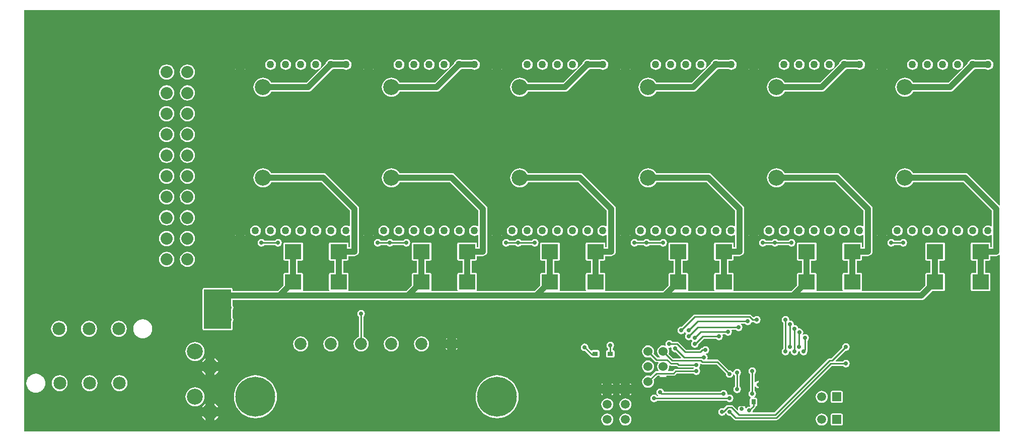
<source format=gbl>
G04 Layer_Physical_Order=2*
G04 Layer_Color=16711680*
%FSLAX24Y24*%
%MOIN*%
G70*
G01*
G75*
%ADD18C,0.0100*%
%ADD19C,0.0400*%
%ADD20C,0.0600*%
%ADD21C,0.0591*%
%ADD22R,0.0591X0.0591*%
%ADD23C,0.0799*%
%ADD24R,0.0591X0.0591*%
%ADD25C,0.1058*%
%ADD26C,0.0850*%
%ADD27C,0.0801*%
%ADD28C,0.0500*%
%ADD29R,0.0500X0.0500*%
%ADD30C,0.0290*%
%ADD31R,0.1100X0.1000*%
%ADD32R,0.0295X0.0354*%
%ADD33R,0.0354X0.0295*%
%ADD34C,0.2640*%
G36*
X64796Y15203D02*
X64746Y15182D01*
X62714Y17214D01*
X62651Y17262D01*
X62578Y17292D01*
X62500Y17303D01*
X59051D01*
X59026Y17351D01*
X58947Y17447D01*
X58851Y17526D01*
X58742Y17584D01*
X58623Y17620D01*
X58500Y17632D01*
X58377Y17620D01*
X58258Y17584D01*
X58149Y17526D01*
X58053Y17447D01*
X57974Y17351D01*
X57916Y17242D01*
X57880Y17123D01*
X57868Y17000D01*
X57880Y16877D01*
X57916Y16758D01*
X57974Y16649D01*
X58053Y16553D01*
X58149Y16474D01*
X58258Y16416D01*
X58377Y16380D01*
X58500Y16368D01*
X58623Y16380D01*
X58742Y16416D01*
X58851Y16474D01*
X58947Y16553D01*
X59026Y16649D01*
X59051Y16697D01*
X62375D01*
X64247Y14825D01*
Y13808D01*
X64203Y13786D01*
X64177Y13806D01*
X64091Y13841D01*
X64000Y13853D01*
X63909Y13841D01*
X63823Y13806D01*
X63750Y13750D01*
X63694Y13677D01*
X63659Y13591D01*
X63647Y13500D01*
X63659Y13409D01*
X63694Y13323D01*
X63750Y13250D01*
X63823Y13194D01*
X63909Y13159D01*
X64000Y13147D01*
X64091Y13159D01*
X64177Y13194D01*
X64203Y13214D01*
X64247Y13192D01*
Y12423D01*
X64172D01*
Y12620D01*
X64164Y12659D01*
X64142Y12692D01*
X64109Y12714D01*
X64070Y12722D01*
X62970D01*
X62931Y12714D01*
X62898Y12692D01*
X62876Y12659D01*
X62868Y12620D01*
Y11620D01*
X62876Y11581D01*
X62898Y11548D01*
X62931Y11526D01*
X62970Y11518D01*
X63217D01*
Y10702D01*
X62970D01*
X62931Y10694D01*
X62898Y10672D01*
X62876Y10639D01*
X62868Y10600D01*
Y9600D01*
X62876Y9561D01*
X62898Y9528D01*
X62931Y9506D01*
X62970Y9498D01*
X64070D01*
X64109Y9506D01*
X64142Y9528D01*
X64164Y9561D01*
X64172Y9600D01*
Y10600D01*
X64164Y10639D01*
X64142Y10672D01*
X64109Y10694D01*
X64070Y10702D01*
X63823D01*
Y11518D01*
X64070D01*
X64109Y11526D01*
X64142Y11548D01*
X64164Y11581D01*
X64172Y11620D01*
Y11817D01*
X64550D01*
X64628Y11828D01*
X64701Y11858D01*
X64746Y11892D01*
X64796Y11869D01*
Y204D01*
X204D01*
Y28096D01*
X64796D01*
Y15203D01*
D02*
G37*
%LPC*%
G36*
X16500Y13853D02*
X16409Y13841D01*
X16323Y13806D01*
X16250Y13750D01*
X16194Y13677D01*
X16159Y13591D01*
X16147Y13500D01*
X16159Y13409D01*
X16194Y13323D01*
X16250Y13250D01*
X16323Y13194D01*
X16409Y13159D01*
X16500Y13147D01*
X16591Y13159D01*
X16677Y13194D01*
X16750Y13250D01*
X16806Y13323D01*
X16841Y13409D01*
X16853Y13500D01*
X16841Y13591D01*
X16806Y13677D01*
X16750Y13750D01*
X16677Y13806D01*
X16591Y13841D01*
X16500Y13853D01*
D02*
G37*
G36*
X17500D02*
X17409Y13841D01*
X17323Y13806D01*
X17250Y13750D01*
X17194Y13677D01*
X17159Y13591D01*
X17147Y13500D01*
X17159Y13409D01*
X17194Y13323D01*
X17250Y13250D01*
X17323Y13194D01*
X17409Y13159D01*
X17500Y13147D01*
X17591Y13159D01*
X17677Y13194D01*
X17750Y13250D01*
X17806Y13323D01*
X17841Y13409D01*
X17853Y13500D01*
X17841Y13591D01*
X17806Y13677D01*
X17750Y13750D01*
X17677Y13806D01*
X17591Y13841D01*
X17500Y13853D01*
D02*
G37*
G36*
X51000Y12950D02*
X50904Y12931D01*
X50823Y12877D01*
X50808Y12853D01*
X50092D01*
X50077Y12877D01*
X49996Y12931D01*
X49900Y12950D01*
X49804Y12931D01*
X49723Y12877D01*
X49708Y12853D01*
X49292D01*
X49277Y12877D01*
X49196Y12931D01*
X49100Y12950D01*
X49004Y12931D01*
X48923Y12877D01*
X48869Y12796D01*
X48850Y12700D01*
X48869Y12604D01*
X48923Y12523D01*
X49004Y12469D01*
X49100Y12450D01*
X49196Y12469D01*
X49277Y12523D01*
X49292Y12547D01*
X49708D01*
X49723Y12523D01*
X49804Y12469D01*
X49900Y12450D01*
X49996Y12469D01*
X50077Y12523D01*
X50092Y12547D01*
X50808D01*
X50823Y12523D01*
X50904Y12469D01*
X51000Y12450D01*
X51096Y12469D01*
X51177Y12523D01*
X51231Y12604D01*
X51250Y12700D01*
X51231Y12796D01*
X51177Y12877D01*
X51096Y12931D01*
X51000Y12950D01*
D02*
G37*
G36*
X58400D02*
X58304Y12931D01*
X58223Y12877D01*
X58208Y12853D01*
X57792D01*
X57777Y12877D01*
X57696Y12931D01*
X57600Y12950D01*
X57504Y12931D01*
X57423Y12877D01*
X57369Y12796D01*
X57350Y12700D01*
X57369Y12604D01*
X57423Y12523D01*
X57504Y12469D01*
X57600Y12450D01*
X57696Y12469D01*
X57777Y12523D01*
X57792Y12547D01*
X58208D01*
X58223Y12523D01*
X58304Y12469D01*
X58400Y12450D01*
X58496Y12469D01*
X58577Y12523D01*
X58631Y12604D01*
X58650Y12700D01*
X58631Y12796D01*
X58577Y12877D01*
X58496Y12931D01*
X58400Y12950D01*
D02*
G37*
G36*
X15500Y13853D02*
X15409Y13841D01*
X15323Y13806D01*
X15250Y13750D01*
X15194Y13677D01*
X15159Y13591D01*
X15147Y13500D01*
X15159Y13409D01*
X15194Y13323D01*
X15250Y13250D01*
X15323Y13194D01*
X15409Y13159D01*
X15500Y13147D01*
X15591Y13159D01*
X15677Y13194D01*
X15750Y13250D01*
X15806Y13323D01*
X15841Y13409D01*
X15853Y13500D01*
X15841Y13591D01*
X15806Y13677D01*
X15750Y13750D01*
X15677Y13806D01*
X15591Y13841D01*
X15500Y13853D01*
D02*
G37*
G36*
X18500D02*
X18409Y13841D01*
X18323Y13806D01*
X18250Y13750D01*
X18194Y13677D01*
X18159Y13591D01*
X18147Y13500D01*
X18159Y13409D01*
X18194Y13323D01*
X18250Y13250D01*
X18323Y13194D01*
X18409Y13159D01*
X18500Y13147D01*
X18591Y13159D01*
X18677Y13194D01*
X18750Y13250D01*
X18806Y13323D01*
X18841Y13409D01*
X18853Y13500D01*
X18841Y13591D01*
X18806Y13677D01*
X18750Y13750D01*
X18677Y13806D01*
X18591Y13841D01*
X18500Y13853D01*
D02*
G37*
G36*
X25000D02*
X24909Y13841D01*
X24823Y13806D01*
X24750Y13750D01*
X24694Y13677D01*
X24659Y13591D01*
X24647Y13500D01*
X24659Y13409D01*
X24694Y13323D01*
X24750Y13250D01*
X24823Y13194D01*
X24909Y13159D01*
X25000Y13147D01*
X25091Y13159D01*
X25177Y13194D01*
X25250Y13250D01*
X25306Y13323D01*
X25341Y13409D01*
X25353Y13500D01*
X25341Y13591D01*
X25306Y13677D01*
X25250Y13750D01*
X25177Y13806D01*
X25091Y13841D01*
X25000Y13853D01*
D02*
G37*
G36*
X26000D02*
X25909Y13841D01*
X25823Y13806D01*
X25750Y13750D01*
X25694Y13677D01*
X25659Y13591D01*
X25647Y13500D01*
X25659Y13409D01*
X25694Y13323D01*
X25750Y13250D01*
X25823Y13194D01*
X25909Y13159D01*
X26000Y13147D01*
X26091Y13159D01*
X26177Y13194D01*
X26250Y13250D01*
X26306Y13323D01*
X26341Y13409D01*
X26353Y13500D01*
X26341Y13591D01*
X26306Y13677D01*
X26250Y13750D01*
X26177Y13806D01*
X26091Y13841D01*
X26000Y13853D01*
D02*
G37*
G36*
X24000D02*
X23909Y13841D01*
X23823Y13806D01*
X23750Y13750D01*
X23694Y13677D01*
X23659Y13591D01*
X23647Y13500D01*
X23659Y13409D01*
X23694Y13323D01*
X23750Y13250D01*
X23823Y13194D01*
X23909Y13159D01*
X24000Y13147D01*
X24091Y13159D01*
X24177Y13194D01*
X24250Y13250D01*
X24306Y13323D01*
X24341Y13409D01*
X24353Y13500D01*
X24341Y13591D01*
X24306Y13677D01*
X24250Y13750D01*
X24177Y13806D01*
X24091Y13841D01*
X24000Y13853D01*
D02*
G37*
G36*
X19500D02*
X19409Y13841D01*
X19323Y13806D01*
X19250Y13750D01*
X19194Y13677D01*
X19159Y13591D01*
X19147Y13500D01*
X19159Y13409D01*
X19194Y13323D01*
X19250Y13250D01*
X19323Y13194D01*
X19409Y13159D01*
X19500Y13147D01*
X19591Y13159D01*
X19677Y13194D01*
X19750Y13250D01*
X19806Y13323D01*
X19841Y13409D01*
X19853Y13500D01*
X19841Y13591D01*
X19806Y13677D01*
X19750Y13750D01*
X19677Y13806D01*
X19591Y13841D01*
X19500Y13853D01*
D02*
G37*
G36*
X20500D02*
X20409Y13841D01*
X20323Y13806D01*
X20250Y13750D01*
X20194Y13677D01*
X20159Y13591D01*
X20147Y13500D01*
X20159Y13409D01*
X20194Y13323D01*
X20250Y13250D01*
X20323Y13194D01*
X20409Y13159D01*
X20500Y13147D01*
X20591Y13159D01*
X20677Y13194D01*
X20750Y13250D01*
X20806Y13323D01*
X20841Y13409D01*
X20853Y13500D01*
X20841Y13591D01*
X20806Y13677D01*
X20750Y13750D01*
X20677Y13806D01*
X20591Y13841D01*
X20500Y13853D01*
D02*
G37*
G36*
X8040Y7631D02*
X8033Y7630D01*
X8027Y7631D01*
X7890Y7613D01*
X7877Y7608D01*
X7864Y7606D01*
X7736Y7553D01*
X7725Y7545D01*
X7713Y7539D01*
X7603Y7455D01*
X7595Y7445D01*
X7585Y7437D01*
X7501Y7327D01*
X7495Y7315D01*
X7487Y7304D01*
X7434Y7176D01*
X7432Y7163D01*
X7427Y7150D01*
X7409Y7013D01*
X7410Y7000D01*
X7409Y6987D01*
X7427Y6850D01*
X7432Y6837D01*
X7434Y6824D01*
X7487Y6696D01*
X7495Y6685D01*
X7501Y6673D01*
X7585Y6564D01*
X7595Y6555D01*
X7603Y6545D01*
X7713Y6461D01*
X7725Y6455D01*
X7736Y6447D01*
X7864Y6394D01*
X7877Y6392D01*
X7890Y6387D01*
X8027Y6369D01*
X8033Y6370D01*
X8040Y6369D01*
X8047Y6370D01*
X8053Y6369D01*
X8190Y6387D01*
X8203Y6392D01*
X8216Y6394D01*
X8344Y6447D01*
X8355Y6455D01*
X8367Y6461D01*
X8476Y6545D01*
X8485Y6555D01*
X8495Y6564D01*
X8579Y6673D01*
X8585Y6685D01*
X8593Y6696D01*
X8646Y6824D01*
X8648Y6837D01*
X8653Y6850D01*
X8671Y6987D01*
X8670Y7000D01*
X8671Y7013D01*
X8653Y7150D01*
X8648Y7163D01*
X8646Y7176D01*
X8593Y7304D01*
X8585Y7315D01*
X8579Y7327D01*
X8495Y7437D01*
X8485Y7445D01*
X8476Y7455D01*
X8367Y7539D01*
X8355Y7545D01*
X8344Y7553D01*
X8216Y7606D01*
X8203Y7608D01*
X8190Y7613D01*
X8053Y7631D01*
X8047Y7630D01*
X8040Y7631D01*
D02*
G37*
G36*
X9622Y12103D02*
X9491Y12086D01*
X9370Y12036D01*
X9265Y11955D01*
X9185Y11851D01*
X9134Y11729D01*
X9117Y11598D01*
X9134Y11468D01*
X9185Y11346D01*
X9265Y11241D01*
X9370Y11161D01*
X9491Y11111D01*
X9622Y11094D01*
X9753Y11111D01*
X9875Y11161D01*
X9979Y11241D01*
X10059Y11346D01*
X10110Y11468D01*
X10127Y11598D01*
X10110Y11729D01*
X10059Y11851D01*
X9979Y11955D01*
X9875Y12036D01*
X9753Y12086D01*
X9622Y12103D01*
D02*
G37*
G36*
X11000D02*
X10869Y12086D01*
X10748Y12036D01*
X10643Y11955D01*
X10563Y11851D01*
X10512Y11729D01*
X10495Y11598D01*
X10512Y11468D01*
X10563Y11346D01*
X10643Y11241D01*
X10748Y11161D01*
X10869Y11111D01*
X11000Y11094D01*
X11131Y11111D01*
X11252Y11161D01*
X11357Y11241D01*
X11437Y11346D01*
X11488Y11468D01*
X11505Y11598D01*
X11488Y11729D01*
X11437Y11851D01*
X11357Y11955D01*
X11252Y12036D01*
X11131Y12086D01*
X11000Y12103D01*
D02*
G37*
G36*
X4480Y7530D02*
X4343Y7511D01*
X4215Y7459D01*
X4106Y7374D01*
X4021Y7265D01*
X3969Y7137D01*
X3950Y7000D01*
X3969Y6863D01*
X4021Y6735D01*
X4106Y6626D01*
X4215Y6541D01*
X4343Y6489D01*
X4480Y6470D01*
X4617Y6489D01*
X4745Y6541D01*
X4854Y6626D01*
X4939Y6735D01*
X4991Y6863D01*
X5010Y7000D01*
X4991Y7137D01*
X4939Y7265D01*
X4854Y7374D01*
X4745Y7459D01*
X4617Y7511D01*
X4480Y7530D01*
D02*
G37*
G36*
X6460D02*
X6323Y7511D01*
X6195Y7459D01*
X6086Y7374D01*
X6001Y7265D01*
X5949Y7137D01*
X5930Y7000D01*
X5949Y6863D01*
X6001Y6735D01*
X6086Y6626D01*
X6195Y6541D01*
X6323Y6489D01*
X6460Y6470D01*
X6597Y6489D01*
X6725Y6541D01*
X6834Y6626D01*
X6919Y6735D01*
X6971Y6863D01*
X6990Y7000D01*
X6971Y7137D01*
X6919Y7265D01*
X6834Y7374D01*
X6725Y7459D01*
X6597Y7511D01*
X6460Y7530D01*
D02*
G37*
G36*
X48222Y7948D02*
X44595D01*
X44536Y7936D01*
X44487Y7903D01*
X43728Y7144D01*
X43700Y7150D01*
X43604Y7131D01*
X43523Y7077D01*
X43469Y6996D01*
X43450Y6900D01*
X43469Y6804D01*
X43523Y6723D01*
X43604Y6669D01*
X43700Y6650D01*
X43796Y6669D01*
X43877Y6723D01*
X43903Y6763D01*
X43963D01*
X43996Y6713D01*
X43996Y6713D01*
X43997Y6713D01*
X44023Y6677D01*
X43969Y6596D01*
X43950Y6500D01*
X43969Y6404D01*
X44023Y6323D01*
X44104Y6269D01*
X44200Y6250D01*
X44296Y6269D01*
X44356Y6310D01*
X44369Y6304D01*
X44423Y6223D01*
Y6177D01*
X44369Y6096D01*
X44350Y6000D01*
X44369Y5904D01*
X44423Y5823D01*
X44504Y5769D01*
X44600Y5750D01*
X44696Y5769D01*
X44777Y5823D01*
X44831Y5904D01*
X44850Y6000D01*
X44847Y6014D01*
X45181Y6347D01*
X46008D01*
X46023Y6323D01*
X46104Y6269D01*
X46200Y6250D01*
X46296Y6269D01*
X46377Y6323D01*
X46431Y6404D01*
X46450Y6500D01*
X46431Y6592D01*
X46432Y6603D01*
X46453Y6642D01*
X46611D01*
X46623Y6623D01*
X46704Y6569D01*
X46800Y6550D01*
X46896Y6569D01*
X46977Y6623D01*
X47031Y6704D01*
X47050Y6800D01*
X47031Y6896D01*
X47026Y6903D01*
X47049Y6947D01*
X47308D01*
X47323Y6923D01*
X47404Y6869D01*
X47500Y6850D01*
X47596Y6869D01*
X47677Y6923D01*
X47731Y7004D01*
X47750Y7100D01*
X47731Y7196D01*
X47677Y7277D01*
X47646Y7297D01*
X47661Y7347D01*
X47908D01*
X47923Y7323D01*
X48004Y7269D01*
X48100Y7250D01*
X48196Y7269D01*
X48277Y7323D01*
X48331Y7404D01*
X48334Y7420D01*
X48391Y7452D01*
X48417Y7447D01*
X48508D01*
X48523Y7423D01*
X48604Y7369D01*
X48700Y7350D01*
X48796Y7369D01*
X48877Y7423D01*
X48931Y7504D01*
X48950Y7600D01*
X48931Y7696D01*
X48877Y7777D01*
X48796Y7831D01*
X48700Y7850D01*
X48604Y7831D01*
X48523Y7777D01*
X48522Y7774D01*
X48464Y7770D01*
X48330Y7903D01*
X48281Y7936D01*
X48222Y7948D01*
D02*
G37*
G36*
X25500Y12950D02*
X25404Y12931D01*
X25323Y12877D01*
X25308Y12853D01*
X24592D01*
X24577Y12877D01*
X24496Y12931D01*
X24400Y12950D01*
X24304Y12931D01*
X24223Y12877D01*
X24208Y12853D01*
X23792D01*
X23777Y12877D01*
X23696Y12931D01*
X23600Y12950D01*
X23504Y12931D01*
X23423Y12877D01*
X23369Y12796D01*
X23350Y12700D01*
X23369Y12604D01*
X23423Y12523D01*
X23504Y12469D01*
X23600Y12450D01*
X23696Y12469D01*
X23777Y12523D01*
X23792Y12547D01*
X24208D01*
X24223Y12523D01*
X24304Y12469D01*
X24400Y12450D01*
X24496Y12469D01*
X24577Y12523D01*
X24592Y12547D01*
X25308D01*
X25323Y12523D01*
X25404Y12469D01*
X25500Y12450D01*
X25596Y12469D01*
X25677Y12523D01*
X25731Y12604D01*
X25750Y12700D01*
X25731Y12796D01*
X25677Y12877D01*
X25596Y12931D01*
X25500Y12950D01*
D02*
G37*
G36*
X34000D02*
X33904Y12931D01*
X33823Y12877D01*
X33808Y12853D01*
X33092D01*
X33077Y12877D01*
X32996Y12931D01*
X32900Y12950D01*
X32804Y12931D01*
X32723Y12877D01*
X32708Y12853D01*
X32292D01*
X32277Y12877D01*
X32196Y12931D01*
X32100Y12950D01*
X32004Y12931D01*
X31923Y12877D01*
X31869Y12796D01*
X31850Y12700D01*
X31869Y12604D01*
X31923Y12523D01*
X32004Y12469D01*
X32100Y12450D01*
X32196Y12469D01*
X32277Y12523D01*
X32292Y12547D01*
X32708D01*
X32723Y12523D01*
X32804Y12469D01*
X32900Y12450D01*
X32996Y12469D01*
X33077Y12523D01*
X33092Y12547D01*
X33808D01*
X33823Y12523D01*
X33904Y12469D01*
X34000Y12450D01*
X34096Y12469D01*
X34177Y12523D01*
X34231Y12604D01*
X34250Y12700D01*
X34231Y12796D01*
X34177Y12877D01*
X34096Y12931D01*
X34000Y12950D01*
D02*
G37*
G36*
X42500D02*
X42404Y12931D01*
X42323Y12877D01*
X42308Y12853D01*
X41592D01*
X41577Y12877D01*
X41496Y12931D01*
X41400Y12950D01*
X41304Y12931D01*
X41223Y12877D01*
X41208Y12853D01*
X40792D01*
X40777Y12877D01*
X40696Y12931D01*
X40600Y12950D01*
X40504Y12931D01*
X40423Y12877D01*
X40369Y12796D01*
X40350Y12700D01*
X40369Y12604D01*
X40423Y12523D01*
X40504Y12469D01*
X40600Y12450D01*
X40696Y12469D01*
X40777Y12523D01*
X40792Y12547D01*
X41208D01*
X41223Y12523D01*
X41304Y12469D01*
X41400Y12450D01*
X41496Y12469D01*
X41577Y12523D01*
X41592Y12547D01*
X42308D01*
X42323Y12523D01*
X42404Y12469D01*
X42500Y12450D01*
X42596Y12469D01*
X42677Y12523D01*
X42731Y12604D01*
X42750Y12700D01*
X42731Y12796D01*
X42677Y12877D01*
X42596Y12931D01*
X42500Y12950D01*
D02*
G37*
G36*
X9622Y13481D02*
X9491Y13464D01*
X9370Y13414D01*
X9265Y13333D01*
X9185Y13229D01*
X9134Y13107D01*
X9117Y12976D01*
X9134Y12846D01*
X9185Y12724D01*
X9265Y12619D01*
X9370Y12539D01*
X9491Y12489D01*
X9622Y12471D01*
X9753Y12489D01*
X9875Y12539D01*
X9979Y12619D01*
X10059Y12724D01*
X10110Y12846D01*
X10127Y12976D01*
X10110Y13107D01*
X10059Y13229D01*
X9979Y13333D01*
X9875Y13414D01*
X9753Y13464D01*
X9622Y13481D01*
D02*
G37*
G36*
X11000D02*
X10869Y13464D01*
X10748Y13414D01*
X10643Y13333D01*
X10563Y13229D01*
X10512Y13107D01*
X10495Y12976D01*
X10512Y12846D01*
X10563Y12724D01*
X10643Y12619D01*
X10748Y12539D01*
X10869Y12489D01*
X11000Y12471D01*
X11131Y12489D01*
X11252Y12539D01*
X11357Y12619D01*
X11437Y12724D01*
X11488Y12846D01*
X11505Y12976D01*
X11488Y13107D01*
X11437Y13229D01*
X11357Y13333D01*
X11252Y13414D01*
X11131Y13464D01*
X11000Y13481D01*
D02*
G37*
G36*
X17000Y12950D02*
X16904Y12931D01*
X16823Y12877D01*
X16808Y12853D01*
X16092D01*
X16077Y12877D01*
X15996Y12931D01*
X15900Y12950D01*
X15804Y12931D01*
X15723Y12877D01*
X15669Y12796D01*
X15650Y12700D01*
X15669Y12604D01*
X15723Y12523D01*
X15804Y12469D01*
X15900Y12450D01*
X15996Y12469D01*
X16077Y12523D01*
X16092Y12547D01*
X16808D01*
X16823Y12523D01*
X16904Y12469D01*
X17000Y12450D01*
X17096Y12469D01*
X17177Y12523D01*
X17231Y12604D01*
X17250Y12700D01*
X17231Y12796D01*
X17177Y12877D01*
X17096Y12931D01*
X17000Y12950D01*
D02*
G37*
G36*
X27000Y13853D02*
X26909Y13841D01*
X26823Y13806D01*
X26750Y13750D01*
X26694Y13677D01*
X26659Y13591D01*
X26647Y13500D01*
X26659Y13409D01*
X26694Y13323D01*
X26750Y13250D01*
X26823Y13194D01*
X26909Y13159D01*
X27000Y13147D01*
X27091Y13159D01*
X27177Y13194D01*
X27250Y13250D01*
X27306Y13323D01*
X27341Y13409D01*
X27353Y13500D01*
X27341Y13591D01*
X27306Y13677D01*
X27250Y13750D01*
X27177Y13806D01*
X27091Y13841D01*
X27000Y13853D01*
D02*
G37*
G36*
X50500D02*
X50409Y13841D01*
X50323Y13806D01*
X50250Y13750D01*
X50194Y13677D01*
X50159Y13591D01*
X50147Y13500D01*
X50159Y13409D01*
X50194Y13323D01*
X50250Y13250D01*
X50323Y13194D01*
X50409Y13159D01*
X50500Y13147D01*
X50591Y13159D01*
X50677Y13194D01*
X50750Y13250D01*
X50806Y13323D01*
X50841Y13409D01*
X50853Y13500D01*
X50841Y13591D01*
X50806Y13677D01*
X50750Y13750D01*
X50677Y13806D01*
X50591Y13841D01*
X50500Y13853D01*
D02*
G37*
G36*
X51500D02*
X51409Y13841D01*
X51323Y13806D01*
X51250Y13750D01*
X51194Y13677D01*
X51159Y13591D01*
X51147Y13500D01*
X51159Y13409D01*
X51194Y13323D01*
X51250Y13250D01*
X51323Y13194D01*
X51409Y13159D01*
X51500Y13147D01*
X51591Y13159D01*
X51677Y13194D01*
X51750Y13250D01*
X51806Y13323D01*
X51841Y13409D01*
X51853Y13500D01*
X51841Y13591D01*
X51806Y13677D01*
X51750Y13750D01*
X51677Y13806D01*
X51591Y13841D01*
X51500Y13853D01*
D02*
G37*
G36*
X52500D02*
X52409Y13841D01*
X52323Y13806D01*
X52250Y13750D01*
X52194Y13677D01*
X52159Y13591D01*
X52147Y13500D01*
X52159Y13409D01*
X52194Y13323D01*
X52250Y13250D01*
X52323Y13194D01*
X52409Y13159D01*
X52500Y13147D01*
X52591Y13159D01*
X52677Y13194D01*
X52750Y13250D01*
X52806Y13323D01*
X52841Y13409D01*
X52853Y13500D01*
X52841Y13591D01*
X52806Y13677D01*
X52750Y13750D01*
X52677Y13806D01*
X52591Y13841D01*
X52500Y13853D01*
D02*
G37*
G36*
X45000D02*
X44909Y13841D01*
X44823Y13806D01*
X44750Y13750D01*
X44694Y13677D01*
X44659Y13591D01*
X44647Y13500D01*
X44659Y13409D01*
X44694Y13323D01*
X44750Y13250D01*
X44823Y13194D01*
X44909Y13159D01*
X45000Y13147D01*
X45091Y13159D01*
X45177Y13194D01*
X45250Y13250D01*
X45306Y13323D01*
X45341Y13409D01*
X45353Y13500D01*
X45341Y13591D01*
X45306Y13677D01*
X45250Y13750D01*
X45177Y13806D01*
X45091Y13841D01*
X45000Y13853D01*
D02*
G37*
G36*
X46000D02*
X45909Y13841D01*
X45823Y13806D01*
X45750Y13750D01*
X45694Y13677D01*
X45659Y13591D01*
X45647Y13500D01*
X45659Y13409D01*
X45694Y13323D01*
X45750Y13250D01*
X45823Y13194D01*
X45909Y13159D01*
X46000Y13147D01*
X46091Y13159D01*
X46177Y13194D01*
X46250Y13250D01*
X46306Y13323D01*
X46341Y13409D01*
X46353Y13500D01*
X46341Y13591D01*
X46306Y13677D01*
X46250Y13750D01*
X46177Y13806D01*
X46091Y13841D01*
X46000Y13853D01*
D02*
G37*
G36*
X49500D02*
X49409Y13841D01*
X49323Y13806D01*
X49250Y13750D01*
X49194Y13677D01*
X49159Y13591D01*
X49147Y13500D01*
X49159Y13409D01*
X49194Y13323D01*
X49250Y13250D01*
X49323Y13194D01*
X49409Y13159D01*
X49500Y13147D01*
X49591Y13159D01*
X49677Y13194D01*
X49750Y13250D01*
X49806Y13323D01*
X49841Y13409D01*
X49853Y13500D01*
X49841Y13591D01*
X49806Y13677D01*
X49750Y13750D01*
X49677Y13806D01*
X49591Y13841D01*
X49500Y13853D01*
D02*
G37*
G36*
X59000D02*
X58909Y13841D01*
X58823Y13806D01*
X58750Y13750D01*
X58694Y13677D01*
X58659Y13591D01*
X58647Y13500D01*
X58659Y13409D01*
X58694Y13323D01*
X58750Y13250D01*
X58823Y13194D01*
X58909Y13159D01*
X59000Y13147D01*
X59091Y13159D01*
X59177Y13194D01*
X59250Y13250D01*
X59306Y13323D01*
X59341Y13409D01*
X59353Y13500D01*
X59341Y13591D01*
X59306Y13677D01*
X59250Y13750D01*
X59177Y13806D01*
X59091Y13841D01*
X59000Y13853D01*
D02*
G37*
G36*
X60000D02*
X59909Y13841D01*
X59823Y13806D01*
X59750Y13750D01*
X59694Y13677D01*
X59659Y13591D01*
X59647Y13500D01*
X59659Y13409D01*
X59694Y13323D01*
X59750Y13250D01*
X59823Y13194D01*
X59909Y13159D01*
X60000Y13147D01*
X60091Y13159D01*
X60177Y13194D01*
X60250Y13250D01*
X60306Y13323D01*
X60341Y13409D01*
X60353Y13500D01*
X60341Y13591D01*
X60306Y13677D01*
X60250Y13750D01*
X60177Y13806D01*
X60091Y13841D01*
X60000Y13853D01*
D02*
G37*
G36*
X61000D02*
X60909Y13841D01*
X60823Y13806D01*
X60750Y13750D01*
X60694Y13677D01*
X60659Y13591D01*
X60647Y13500D01*
X60659Y13409D01*
X60694Y13323D01*
X60750Y13250D01*
X60823Y13194D01*
X60909Y13159D01*
X61000Y13147D01*
X61091Y13159D01*
X61177Y13194D01*
X61250Y13250D01*
X61306Y13323D01*
X61341Y13409D01*
X61353Y13500D01*
X61341Y13591D01*
X61306Y13677D01*
X61250Y13750D01*
X61177Y13806D01*
X61091Y13841D01*
X61000Y13853D01*
D02*
G37*
G36*
X53500D02*
X53409Y13841D01*
X53323Y13806D01*
X53250Y13750D01*
X53194Y13677D01*
X53159Y13591D01*
X53147Y13500D01*
X53159Y13409D01*
X53194Y13323D01*
X53250Y13250D01*
X53323Y13194D01*
X53409Y13159D01*
X53500Y13147D01*
X53591Y13159D01*
X53677Y13194D01*
X53750Y13250D01*
X53806Y13323D01*
X53841Y13409D01*
X53853Y13500D01*
X53841Y13591D01*
X53806Y13677D01*
X53750Y13750D01*
X53677Y13806D01*
X53591Y13841D01*
X53500Y13853D01*
D02*
G37*
G36*
X54500D02*
X54409Y13841D01*
X54323Y13806D01*
X54250Y13750D01*
X54194Y13677D01*
X54159Y13591D01*
X54147Y13500D01*
X54159Y13409D01*
X54194Y13323D01*
X54250Y13250D01*
X54323Y13194D01*
X54409Y13159D01*
X54500Y13147D01*
X54591Y13159D01*
X54677Y13194D01*
X54750Y13250D01*
X54806Y13323D01*
X54841Y13409D01*
X54853Y13500D01*
X54841Y13591D01*
X54806Y13677D01*
X54750Y13750D01*
X54677Y13806D01*
X54591Y13841D01*
X54500Y13853D01*
D02*
G37*
G36*
X58000D02*
X57909Y13841D01*
X57823Y13806D01*
X57750Y13750D01*
X57694Y13677D01*
X57659Y13591D01*
X57647Y13500D01*
X57659Y13409D01*
X57694Y13323D01*
X57750Y13250D01*
X57823Y13194D01*
X57909Y13159D01*
X58000Y13147D01*
X58091Y13159D01*
X58177Y13194D01*
X58250Y13250D01*
X58306Y13323D01*
X58341Y13409D01*
X58353Y13500D01*
X58341Y13591D01*
X58306Y13677D01*
X58250Y13750D01*
X58177Y13806D01*
X58091Y13841D01*
X58000Y13853D01*
D02*
G37*
G36*
X33500D02*
X33409Y13841D01*
X33323Y13806D01*
X33250Y13750D01*
X33194Y13677D01*
X33159Y13591D01*
X33147Y13500D01*
X33159Y13409D01*
X33194Y13323D01*
X33250Y13250D01*
X33323Y13194D01*
X33409Y13159D01*
X33500Y13147D01*
X33591Y13159D01*
X33677Y13194D01*
X33750Y13250D01*
X33806Y13323D01*
X33841Y13409D01*
X33853Y13500D01*
X33841Y13591D01*
X33806Y13677D01*
X33750Y13750D01*
X33677Y13806D01*
X33591Y13841D01*
X33500Y13853D01*
D02*
G37*
G36*
X34500D02*
X34409Y13841D01*
X34323Y13806D01*
X34250Y13750D01*
X34194Y13677D01*
X34159Y13591D01*
X34147Y13500D01*
X34159Y13409D01*
X34194Y13323D01*
X34250Y13250D01*
X34323Y13194D01*
X34409Y13159D01*
X34500Y13147D01*
X34591Y13159D01*
X34677Y13194D01*
X34750Y13250D01*
X34806Y13323D01*
X34841Y13409D01*
X34853Y13500D01*
X34841Y13591D01*
X34806Y13677D01*
X34750Y13750D01*
X34677Y13806D01*
X34591Y13841D01*
X34500Y13853D01*
D02*
G37*
G36*
X35500D02*
X35409Y13841D01*
X35323Y13806D01*
X35250Y13750D01*
X35194Y13677D01*
X35159Y13591D01*
X35147Y13500D01*
X35159Y13409D01*
X35194Y13323D01*
X35250Y13250D01*
X35323Y13194D01*
X35409Y13159D01*
X35500Y13147D01*
X35591Y13159D01*
X35677Y13194D01*
X35750Y13250D01*
X35806Y13323D01*
X35841Y13409D01*
X35853Y13500D01*
X35841Y13591D01*
X35806Y13677D01*
X35750Y13750D01*
X35677Y13806D01*
X35591Y13841D01*
X35500Y13853D01*
D02*
G37*
G36*
X28000D02*
X27909Y13841D01*
X27823Y13806D01*
X27750Y13750D01*
X27694Y13677D01*
X27659Y13591D01*
X27647Y13500D01*
X27659Y13409D01*
X27694Y13323D01*
X27750Y13250D01*
X27823Y13194D01*
X27909Y13159D01*
X28000Y13147D01*
X28091Y13159D01*
X28177Y13194D01*
X28250Y13250D01*
X28306Y13323D01*
X28341Y13409D01*
X28353Y13500D01*
X28341Y13591D01*
X28306Y13677D01*
X28250Y13750D01*
X28177Y13806D01*
X28091Y13841D01*
X28000Y13853D01*
D02*
G37*
G36*
X29000D02*
X28909Y13841D01*
X28823Y13806D01*
X28750Y13750D01*
X28694Y13677D01*
X28659Y13591D01*
X28647Y13500D01*
X28659Y13409D01*
X28694Y13323D01*
X28750Y13250D01*
X28823Y13194D01*
X28909Y13159D01*
X29000Y13147D01*
X29091Y13159D01*
X29177Y13194D01*
X29250Y13250D01*
X29306Y13323D01*
X29341Y13409D01*
X29353Y13500D01*
X29341Y13591D01*
X29306Y13677D01*
X29250Y13750D01*
X29177Y13806D01*
X29091Y13841D01*
X29000Y13853D01*
D02*
G37*
G36*
X32500D02*
X32409Y13841D01*
X32323Y13806D01*
X32250Y13750D01*
X32194Y13677D01*
X32159Y13591D01*
X32147Y13500D01*
X32159Y13409D01*
X32194Y13323D01*
X32250Y13250D01*
X32323Y13194D01*
X32409Y13159D01*
X32500Y13147D01*
X32591Y13159D01*
X32677Y13194D01*
X32750Y13250D01*
X32806Y13323D01*
X32841Y13409D01*
X32853Y13500D01*
X32841Y13591D01*
X32806Y13677D01*
X32750Y13750D01*
X32677Y13806D01*
X32591Y13841D01*
X32500Y13853D01*
D02*
G37*
G36*
X42000D02*
X41909Y13841D01*
X41823Y13806D01*
X41750Y13750D01*
X41694Y13677D01*
X41659Y13591D01*
X41647Y13500D01*
X41659Y13409D01*
X41694Y13323D01*
X41750Y13250D01*
X41823Y13194D01*
X41909Y13159D01*
X42000Y13147D01*
X42091Y13159D01*
X42177Y13194D01*
X42250Y13250D01*
X42306Y13323D01*
X42341Y13409D01*
X42353Y13500D01*
X42341Y13591D01*
X42306Y13677D01*
X42250Y13750D01*
X42177Y13806D01*
X42091Y13841D01*
X42000Y13853D01*
D02*
G37*
G36*
X43000D02*
X42909Y13841D01*
X42823Y13806D01*
X42750Y13750D01*
X42694Y13677D01*
X42659Y13591D01*
X42647Y13500D01*
X42659Y13409D01*
X42694Y13323D01*
X42750Y13250D01*
X42823Y13194D01*
X42909Y13159D01*
X43000Y13147D01*
X43091Y13159D01*
X43177Y13194D01*
X43250Y13250D01*
X43306Y13323D01*
X43341Y13409D01*
X43353Y13500D01*
X43341Y13591D01*
X43306Y13677D01*
X43250Y13750D01*
X43177Y13806D01*
X43091Y13841D01*
X43000Y13853D01*
D02*
G37*
G36*
X44000D02*
X43909Y13841D01*
X43823Y13806D01*
X43750Y13750D01*
X43694Y13677D01*
X43659Y13591D01*
X43647Y13500D01*
X43659Y13409D01*
X43694Y13323D01*
X43750Y13250D01*
X43823Y13194D01*
X43909Y13159D01*
X44000Y13147D01*
X44091Y13159D01*
X44177Y13194D01*
X44250Y13250D01*
X44306Y13323D01*
X44341Y13409D01*
X44353Y13500D01*
X44341Y13591D01*
X44306Y13677D01*
X44250Y13750D01*
X44177Y13806D01*
X44091Y13841D01*
X44000Y13853D01*
D02*
G37*
G36*
X36500D02*
X36409Y13841D01*
X36323Y13806D01*
X36250Y13750D01*
X36194Y13677D01*
X36159Y13591D01*
X36147Y13500D01*
X36159Y13409D01*
X36194Y13323D01*
X36250Y13250D01*
X36323Y13194D01*
X36409Y13159D01*
X36500Y13147D01*
X36591Y13159D01*
X36677Y13194D01*
X36750Y13250D01*
X36806Y13323D01*
X36841Y13409D01*
X36853Y13500D01*
X36841Y13591D01*
X36806Y13677D01*
X36750Y13750D01*
X36677Y13806D01*
X36591Y13841D01*
X36500Y13853D01*
D02*
G37*
G36*
X37500D02*
X37409Y13841D01*
X37323Y13806D01*
X37250Y13750D01*
X37194Y13677D01*
X37159Y13591D01*
X37147Y13500D01*
X37159Y13409D01*
X37194Y13323D01*
X37250Y13250D01*
X37323Y13194D01*
X37409Y13159D01*
X37500Y13147D01*
X37591Y13159D01*
X37677Y13194D01*
X37750Y13250D01*
X37806Y13323D01*
X37841Y13409D01*
X37853Y13500D01*
X37841Y13591D01*
X37806Y13677D01*
X37750Y13750D01*
X37677Y13806D01*
X37591Y13841D01*
X37500Y13853D01*
D02*
G37*
G36*
X41000D02*
X40909Y13841D01*
X40823Y13806D01*
X40750Y13750D01*
X40694Y13677D01*
X40659Y13591D01*
X40647Y13500D01*
X40659Y13409D01*
X40694Y13323D01*
X40750Y13250D01*
X40823Y13194D01*
X40909Y13159D01*
X41000Y13147D01*
X41091Y13159D01*
X41177Y13194D01*
X41250Y13250D01*
X41306Y13323D01*
X41341Y13409D01*
X41353Y13500D01*
X41341Y13591D01*
X41306Y13677D01*
X41250Y13750D01*
X41177Y13806D01*
X41091Y13841D01*
X41000Y13853D01*
D02*
G37*
G36*
X42300Y3050D02*
X42204Y3031D01*
X42123Y2977D01*
X42069Y2896D01*
X42050Y2800D01*
X42069Y2704D01*
X42123Y2623D01*
X42154Y2603D01*
X42139Y2555D01*
X42092Y2553D01*
X42077Y2577D01*
X41996Y2631D01*
X41900Y2650D01*
X41804Y2631D01*
X41723Y2577D01*
X41669Y2496D01*
X41650Y2400D01*
X41669Y2304D01*
X41723Y2223D01*
X41804Y2169D01*
X41900Y2150D01*
X41996Y2169D01*
X42077Y2223D01*
X42092Y2247D01*
X46708D01*
X46723Y2223D01*
X46804Y2169D01*
X46900Y2150D01*
X46996Y2169D01*
X47077Y2223D01*
X47131Y2304D01*
X47150Y2400D01*
X47131Y2496D01*
X47077Y2577D01*
X46996Y2631D01*
X46900Y2650D01*
X46804Y2631D01*
X46784Y2617D01*
X46739Y2647D01*
X46750Y2700D01*
X46731Y2796D01*
X46677Y2877D01*
X46596Y2931D01*
X46500Y2950D01*
X46404Y2931D01*
X46323Y2877D01*
X46308Y2853D01*
X42539D01*
X42531Y2896D01*
X42477Y2977D01*
X42396Y3031D01*
X42300Y3050D01*
D02*
G37*
G36*
X38500Y2700D02*
X38404D01*
X38411Y2666D01*
X38433Y2633D01*
X38466Y2611D01*
X38500Y2604D01*
Y2700D01*
D02*
G37*
G36*
X39700D02*
X39604D01*
X39611Y2666D01*
X39633Y2633D01*
X39666Y2611D01*
X39700Y2604D01*
Y2700D01*
D02*
G37*
G36*
X11500Y3132D02*
X11377Y3120D01*
X11258Y3084D01*
X11149Y3026D01*
X11053Y2947D01*
X10974Y2851D01*
X10916Y2742D01*
X10880Y2623D01*
X10868Y2500D01*
X10880Y2377D01*
X10916Y2258D01*
X10974Y2149D01*
X11053Y2053D01*
X11149Y1974D01*
X11258Y1916D01*
X11377Y1880D01*
X11500Y1868D01*
X11623Y1880D01*
X11742Y1916D01*
X11851Y1974D01*
X11947Y2053D01*
X12026Y2149D01*
X12084Y2258D01*
X12120Y2377D01*
X12132Y2500D01*
X12120Y2623D01*
X12084Y2742D01*
X12026Y2851D01*
X11947Y2947D01*
X11851Y3026D01*
X11742Y3084D01*
X11623Y3120D01*
X11500Y3132D01*
D02*
G37*
G36*
X53000Y2899D02*
X52897Y2885D01*
X52801Y2845D01*
X52718Y2782D01*
X52655Y2699D01*
X52615Y2603D01*
X52601Y2500D01*
X52615Y2397D01*
X52655Y2301D01*
X52718Y2218D01*
X52801Y2155D01*
X52897Y2115D01*
X53000Y2101D01*
X53103Y2115D01*
X53199Y2155D01*
X53282Y2218D01*
X53345Y2301D01*
X53385Y2397D01*
X53399Y2500D01*
X53385Y2603D01*
X53345Y2699D01*
X53282Y2782D01*
X53199Y2845D01*
X53103Y2885D01*
X53000Y2899D01*
D02*
G37*
G36*
X54295Y2897D02*
X53705D01*
X53666Y2889D01*
X53633Y2867D01*
X53611Y2834D01*
X53603Y2795D01*
Y2205D01*
X53611Y2166D01*
X53633Y2133D01*
X53666Y2111D01*
X53705Y2103D01*
X54295D01*
X54334Y2111D01*
X54367Y2133D01*
X54389Y2166D01*
X54397Y2205D01*
Y2795D01*
X54389Y2834D01*
X54367Y2867D01*
X54334Y2889D01*
X54295Y2897D01*
D02*
G37*
G36*
X4520Y3930D02*
X4383Y3911D01*
X4255Y3859D01*
X4146Y3774D01*
X4061Y3665D01*
X4009Y3537D01*
X3990Y3400D01*
X4009Y3263D01*
X4061Y3135D01*
X4146Y3026D01*
X4255Y2941D01*
X4383Y2889D01*
X4520Y2870D01*
X4657Y2889D01*
X4785Y2941D01*
X4894Y3026D01*
X4979Y3135D01*
X5031Y3263D01*
X5050Y3400D01*
X5031Y3537D01*
X4979Y3665D01*
X4894Y3774D01*
X4785Y3859D01*
X4657Y3911D01*
X4520Y3930D01*
D02*
G37*
G36*
X6500D02*
X6363Y3911D01*
X6235Y3859D01*
X6126Y3774D01*
X6041Y3665D01*
X5989Y3537D01*
X5970Y3400D01*
X5989Y3263D01*
X6041Y3135D01*
X6126Y3026D01*
X6235Y2941D01*
X6363Y2889D01*
X6500Y2870D01*
X6637Y2889D01*
X6765Y2941D01*
X6874Y3026D01*
X6959Y3135D01*
X7011Y3263D01*
X7030Y3400D01*
X7011Y3537D01*
X6959Y3665D01*
X6874Y3774D01*
X6765Y3859D01*
X6637Y3911D01*
X6500Y3930D01*
D02*
G37*
G36*
X38500Y3396D02*
X38466Y3389D01*
X38433Y3367D01*
X38411Y3334D01*
X38404Y3300D01*
X38500D01*
Y3396D01*
D02*
G37*
G36*
X39196Y2700D02*
X39100D01*
Y2604D01*
X39134Y2611D01*
X39167Y2633D01*
X39189Y2666D01*
X39196Y2700D01*
D02*
G37*
G36*
X40396D02*
X40300D01*
Y2604D01*
X40334Y2611D01*
X40367Y2633D01*
X40389Y2666D01*
X40396Y2700D01*
D02*
G37*
G36*
X2540Y3930D02*
X2403Y3911D01*
X2275Y3859D01*
X2166Y3774D01*
X2081Y3665D01*
X2029Y3537D01*
X2010Y3400D01*
X2029Y3263D01*
X2081Y3135D01*
X2166Y3026D01*
X2275Y2941D01*
X2403Y2889D01*
X2540Y2870D01*
X2677Y2889D01*
X2805Y2941D01*
X2914Y3026D01*
X2999Y3135D01*
X3051Y3263D01*
X3070Y3400D01*
X3051Y3537D01*
X2999Y3665D01*
X2914Y3774D01*
X2805Y3859D01*
X2677Y3911D01*
X2540Y3930D01*
D02*
G37*
G36*
X54295Y1397D02*
X53705D01*
X53666Y1389D01*
X53633Y1367D01*
X53611Y1334D01*
X53603Y1295D01*
Y705D01*
X53611Y666D01*
X53633Y633D01*
X53666Y611D01*
X53705Y603D01*
X54295D01*
X54334Y611D01*
X54367Y633D01*
X54389Y666D01*
X54397Y705D01*
Y1295D01*
X54389Y1334D01*
X54367Y1367D01*
X54334Y1389D01*
X54295Y1397D01*
D02*
G37*
G36*
X12200Y1200D02*
X11947D01*
X11974Y1149D01*
X12053Y1053D01*
X12149Y974D01*
X12200Y947D01*
Y1200D01*
D02*
G37*
G36*
X13053D02*
X12800D01*
Y947D01*
X12851Y974D01*
X12947Y1053D01*
X13026Y1149D01*
X13053Y1200D01*
D02*
G37*
G36*
X38800Y1399D02*
X38697Y1385D01*
X38601Y1345D01*
X38518Y1282D01*
X38455Y1199D01*
X38415Y1103D01*
X38401Y1000D01*
X38415Y897D01*
X38455Y801D01*
X38518Y718D01*
X38601Y655D01*
X38697Y615D01*
X38800Y601D01*
X38903Y615D01*
X38999Y655D01*
X39082Y718D01*
X39145Y801D01*
X39185Y897D01*
X39199Y1000D01*
X39185Y1103D01*
X39145Y1199D01*
X39082Y1282D01*
X38999Y1345D01*
X38903Y1385D01*
X38800Y1399D01*
D02*
G37*
G36*
X40000D02*
X39897Y1385D01*
X39801Y1345D01*
X39718Y1282D01*
X39655Y1199D01*
X39615Y1103D01*
X39601Y1000D01*
X39615Y897D01*
X39655Y801D01*
X39718Y718D01*
X39801Y655D01*
X39897Y615D01*
X40000Y601D01*
X40103Y615D01*
X40199Y655D01*
X40282Y718D01*
X40345Y801D01*
X40385Y897D01*
X40399Y1000D01*
X40385Y1103D01*
X40345Y1199D01*
X40282Y1282D01*
X40199Y1345D01*
X40103Y1385D01*
X40000Y1399D01*
D02*
G37*
G36*
X53000D02*
X52897Y1385D01*
X52801Y1345D01*
X52718Y1282D01*
X52655Y1199D01*
X52615Y1103D01*
X52601Y1000D01*
X52615Y897D01*
X52655Y801D01*
X52718Y718D01*
X52801Y655D01*
X52897Y615D01*
X53000Y601D01*
X53103Y615D01*
X53199Y655D01*
X53282Y718D01*
X53345Y801D01*
X53385Y897D01*
X53399Y1000D01*
X53385Y1103D01*
X53345Y1199D01*
X53282Y1282D01*
X53199Y1345D01*
X53103Y1385D01*
X53000Y1399D01*
D02*
G37*
G36*
X40000Y2399D02*
X39897Y2385D01*
X39801Y2345D01*
X39718Y2282D01*
X39655Y2199D01*
X39615Y2103D01*
X39601Y2000D01*
X39615Y1897D01*
X39655Y1801D01*
X39718Y1718D01*
X39801Y1655D01*
X39897Y1615D01*
X40000Y1601D01*
X40103Y1615D01*
X40199Y1655D01*
X40282Y1718D01*
X40345Y1801D01*
X40385Y1897D01*
X40399Y2000D01*
X40385Y2103D01*
X40345Y2199D01*
X40282Y2282D01*
X40199Y2345D01*
X40103Y2385D01*
X40000Y2399D01*
D02*
G37*
G36*
X12200Y2053D02*
X12149Y2026D01*
X12053Y1947D01*
X11974Y1851D01*
X11947Y1800D01*
X12200D01*
Y2053D01*
D02*
G37*
G36*
X12800D02*
Y1800D01*
X13053D01*
X13026Y1851D01*
X12947Y1947D01*
X12851Y2026D01*
X12800Y2053D01*
D02*
G37*
G36*
X15500Y3924D02*
X15277Y3907D01*
X15060Y3855D01*
X14853Y3769D01*
X14663Y3652D01*
X14493Y3507D01*
X14348Y3337D01*
X14231Y3147D01*
X14145Y2940D01*
X14093Y2723D01*
X14076Y2500D01*
X14093Y2277D01*
X14145Y2060D01*
X14231Y1853D01*
X14348Y1663D01*
X14493Y1493D01*
X14663Y1348D01*
X14853Y1231D01*
X15060Y1145D01*
X15277Y1093D01*
X15500Y1076D01*
X15723Y1093D01*
X15940Y1145D01*
X16147Y1231D01*
X16337Y1348D01*
X16507Y1493D01*
X16652Y1663D01*
X16769Y1853D01*
X16855Y2060D01*
X16907Y2277D01*
X16924Y2500D01*
X16907Y2723D01*
X16855Y2940D01*
X16769Y3147D01*
X16652Y3337D01*
X16507Y3507D01*
X16337Y3652D01*
X16147Y3769D01*
X15940Y3855D01*
X15723Y3907D01*
X15500Y3924D01*
D02*
G37*
G36*
X31500D02*
X31277Y3907D01*
X31060Y3855D01*
X30853Y3769D01*
X30663Y3652D01*
X30493Y3507D01*
X30348Y3337D01*
X30231Y3147D01*
X30145Y2940D01*
X30093Y2723D01*
X30076Y2500D01*
X30093Y2277D01*
X30145Y2060D01*
X30231Y1853D01*
X30348Y1663D01*
X30493Y1493D01*
X30663Y1348D01*
X30853Y1231D01*
X31060Y1145D01*
X31277Y1093D01*
X31500Y1076D01*
X31723Y1093D01*
X31940Y1145D01*
X32147Y1231D01*
X32337Y1348D01*
X32507Y1493D01*
X32652Y1663D01*
X32769Y1853D01*
X32855Y2060D01*
X32907Y2277D01*
X32924Y2500D01*
X32907Y2723D01*
X32855Y2940D01*
X32769Y3147D01*
X32652Y3337D01*
X32507Y3507D01*
X32337Y3652D01*
X32147Y3769D01*
X31940Y3855D01*
X31723Y3907D01*
X31500Y3924D01*
D02*
G37*
G36*
X38800Y2399D02*
X38697Y2385D01*
X38601Y2345D01*
X38518Y2282D01*
X38455Y2199D01*
X38415Y2103D01*
X38401Y2000D01*
X38415Y1897D01*
X38455Y1801D01*
X38518Y1718D01*
X38601Y1655D01*
X38697Y1615D01*
X38800Y1601D01*
X38903Y1615D01*
X38999Y1655D01*
X39082Y1718D01*
X39145Y1801D01*
X39185Y1897D01*
X39199Y2000D01*
X39185Y2103D01*
X39145Y2199D01*
X39082Y2282D01*
X38999Y2345D01*
X38903Y2385D01*
X38800Y2399D01*
D02*
G37*
G36*
X39700Y3396D02*
X39666Y3389D01*
X39633Y3367D01*
X39611Y3334D01*
X39604Y3300D01*
X39700D01*
Y3396D01*
D02*
G37*
G36*
X24500Y6504D02*
X24370Y6487D01*
X24248Y6436D01*
X24144Y6356D01*
X24064Y6252D01*
X24013Y6130D01*
X23996Y6000D01*
X24013Y5870D01*
X24064Y5748D01*
X24144Y5644D01*
X24248Y5564D01*
X24370Y5513D01*
X24500Y5496D01*
X24630Y5513D01*
X24752Y5564D01*
X24856Y5644D01*
X24936Y5748D01*
X24987Y5870D01*
X25004Y6000D01*
X24987Y6130D01*
X24936Y6252D01*
X24856Y6356D01*
X24752Y6436D01*
X24630Y6487D01*
X24500Y6504D01*
D02*
G37*
G36*
X26500D02*
X26370Y6487D01*
X26248Y6436D01*
X26144Y6356D01*
X26064Y6252D01*
X26013Y6130D01*
X25996Y6000D01*
X26013Y5870D01*
X26064Y5748D01*
X26144Y5644D01*
X26248Y5564D01*
X26370Y5513D01*
X26500Y5496D01*
X26630Y5513D01*
X26752Y5564D01*
X26856Y5644D01*
X26936Y5748D01*
X26987Y5870D01*
X27004Y6000D01*
X26987Y6130D01*
X26936Y6252D01*
X26856Y6356D01*
X26752Y6436D01*
X26630Y6487D01*
X26500Y6504D01*
D02*
G37*
G36*
X54600Y6050D02*
X54504Y6031D01*
X54423Y5977D01*
X54369Y5896D01*
X54350Y5800D01*
X54356Y5772D01*
X53637Y5053D01*
X53517D01*
X53459Y5041D01*
X53409Y5008D01*
X49859Y1458D01*
X48453D01*
X48432Y1497D01*
X48431Y1508D01*
X48450Y1600D01*
X48444Y1628D01*
X48593Y1776D01*
X48626Y1826D01*
X48637Y1882D01*
X48671Y1889D01*
X48704Y1911D01*
X48726Y1944D01*
X48734Y1983D01*
Y2337D01*
X48726Y2376D01*
X48704Y2409D01*
X48671Y2431D01*
X48632Y2439D01*
X48541D01*
X48525Y2489D01*
X48577Y2523D01*
X48631Y2604D01*
X48650Y2700D01*
X48631Y2796D01*
X48577Y2877D01*
X48553Y2892D01*
Y3176D01*
X48603Y3191D01*
X48638Y3138D01*
X48719Y3084D01*
X48815Y3065D01*
Y3565D01*
X48719Y3546D01*
X48638Y3492D01*
X48603Y3439D01*
X48553Y3454D01*
Y4008D01*
X48577Y4023D01*
X48631Y4104D01*
X48650Y4200D01*
X48631Y4296D01*
X48577Y4377D01*
X48496Y4431D01*
X48400Y4450D01*
X48304Y4431D01*
X48223Y4377D01*
X48169Y4296D01*
X48150Y4200D01*
X48169Y4104D01*
X48223Y4023D01*
X48247Y4008D01*
Y2892D01*
X48223Y2877D01*
X48169Y2796D01*
X48150Y2700D01*
X48169Y2604D01*
X48223Y2523D01*
X48288Y2480D01*
X48291Y2463D01*
X48289Y2427D01*
X48288Y2425D01*
X48265Y2409D01*
X48243Y2376D01*
X48235Y2337D01*
Y1983D01*
X48243Y1944D01*
X48265Y1911D01*
X48267Y1884D01*
X48228Y1844D01*
X48200Y1850D01*
X48104Y1831D01*
X48023Y1777D01*
X47994Y1733D01*
X47941Y1744D01*
X47931Y1796D01*
X47907Y1831D01*
X47934Y1881D01*
X47796D01*
Y1860D01*
X47512D01*
X47469Y1796D01*
X47450Y1700D01*
X47462Y1643D01*
X47416Y1618D01*
X47130Y1903D01*
X47081Y1936D01*
X47022Y1948D01*
X46778D01*
X46719Y1936D01*
X46670Y1903D01*
X46497Y1730D01*
X46496Y1731D01*
X46400Y1750D01*
X46304Y1731D01*
X46223Y1677D01*
X46169Y1596D01*
X46150Y1500D01*
X46169Y1404D01*
X46223Y1323D01*
X46304Y1269D01*
X46400Y1250D01*
X46496Y1269D01*
X46577Y1323D01*
X46622Y1392D01*
X46633Y1394D01*
X46667D01*
X46678Y1392D01*
X46723Y1323D01*
X46804Y1269D01*
X46900Y1250D01*
X46928Y1256D01*
X47187Y997D01*
X47236Y964D01*
X47295Y952D01*
X50005D01*
X50064Y964D01*
X50113Y997D01*
X53663Y4547D01*
X54408D01*
X54423Y4523D01*
X54504Y4469D01*
X54600Y4450D01*
X54696Y4469D01*
X54777Y4523D01*
X54831Y4604D01*
X54850Y4700D01*
X54831Y4796D01*
X54777Y4877D01*
X54696Y4931D01*
X54600Y4950D01*
X54504Y4931D01*
X54423Y4877D01*
X54408Y4853D01*
X53935D01*
X53915Y4899D01*
X54572Y5556D01*
X54600Y5550D01*
X54696Y5569D01*
X54777Y5623D01*
X54831Y5704D01*
X54850Y5800D01*
X54831Y5896D01*
X54777Y5977D01*
X54696Y6031D01*
X54600Y6050D01*
D02*
G37*
G36*
X18500Y6504D02*
X18370Y6487D01*
X18248Y6436D01*
X18144Y6356D01*
X18064Y6252D01*
X18013Y6130D01*
X17996Y6000D01*
X18013Y5870D01*
X18064Y5748D01*
X18144Y5644D01*
X18248Y5564D01*
X18370Y5513D01*
X18500Y5496D01*
X18630Y5513D01*
X18752Y5564D01*
X18856Y5644D01*
X18936Y5748D01*
X18987Y5870D01*
X19004Y6000D01*
X18987Y6130D01*
X18936Y6252D01*
X18856Y6356D01*
X18752Y6436D01*
X18630Y6487D01*
X18500Y6504D01*
D02*
G37*
G36*
X20500D02*
X20370Y6487D01*
X20248Y6436D01*
X20144Y6356D01*
X20064Y6252D01*
X20013Y6130D01*
X19996Y6000D01*
X20013Y5870D01*
X20064Y5748D01*
X20144Y5644D01*
X20248Y5564D01*
X20370Y5513D01*
X20500Y5496D01*
X20630Y5513D01*
X20752Y5564D01*
X20856Y5644D01*
X20936Y5748D01*
X20987Y5870D01*
X21004Y6000D01*
X20987Y6130D01*
X20936Y6252D01*
X20856Y6356D01*
X20752Y6436D01*
X20630Y6487D01*
X20500Y6504D01*
D02*
G37*
G36*
X22500Y8250D02*
X22404Y8231D01*
X22323Y8177D01*
X22269Y8096D01*
X22250Y8000D01*
X22269Y7904D01*
X22323Y7823D01*
X22347Y7808D01*
Y6477D01*
X22248Y6436D01*
X22144Y6356D01*
X22064Y6252D01*
X22013Y6130D01*
X21996Y6000D01*
X22013Y5870D01*
X22064Y5748D01*
X22144Y5644D01*
X22248Y5564D01*
X22370Y5513D01*
X22500Y5496D01*
X22630Y5513D01*
X22752Y5564D01*
X22856Y5644D01*
X22936Y5748D01*
X22987Y5870D01*
X23004Y6000D01*
X22987Y6130D01*
X22936Y6252D01*
X22856Y6356D01*
X22752Y6436D01*
X22653Y6477D01*
Y7808D01*
X22677Y7823D01*
X22731Y7904D01*
X22750Y8000D01*
X22731Y8096D01*
X22677Y8177D01*
X22596Y8231D01*
X22500Y8250D01*
D02*
G37*
G36*
X28200Y6400D02*
X28144Y6356D01*
X28100Y6300D01*
X28200D01*
Y6400D01*
D02*
G37*
G36*
X28800D02*
Y6300D01*
X28900D01*
X28856Y6356D01*
X28800Y6400D01*
D02*
G37*
G36*
X2500Y7530D02*
X2363Y7511D01*
X2235Y7459D01*
X2126Y7374D01*
X2041Y7265D01*
X1989Y7137D01*
X1970Y7000D01*
X1989Y6863D01*
X2041Y6735D01*
X2126Y6626D01*
X2235Y6541D01*
X2363Y6489D01*
X2500Y6470D01*
X2637Y6489D01*
X2765Y6541D01*
X2874Y6626D01*
X2959Y6735D01*
X3011Y6863D01*
X3030Y7000D01*
X3011Y7137D01*
X2959Y7265D01*
X2874Y7374D01*
X2765Y7459D01*
X2637Y7511D01*
X2500Y7530D01*
D02*
G37*
G36*
X28200Y5700D02*
X28100D01*
X28144Y5644D01*
X28200Y5600D01*
Y5700D01*
D02*
G37*
G36*
X28900D02*
X28800D01*
Y5600D01*
X28856Y5644D01*
X28900Y5700D01*
D02*
G37*
G36*
X42900Y6250D02*
X42804Y6231D01*
X42723Y6177D01*
X42669Y6096D01*
X42650Y6000D01*
X42666Y5918D01*
X42638Y5887D01*
X42627Y5880D01*
X42604Y5890D01*
X42500Y5903D01*
X42396Y5890D01*
X42298Y5849D01*
X42215Y5785D01*
X42151Y5702D01*
X42110Y5604D01*
X42097Y5500D01*
X42110Y5396D01*
X42151Y5298D01*
X42215Y5215D01*
X42295Y5153D01*
X42295Y5148D01*
X42270Y5103D01*
X42113D01*
X41870Y5347D01*
X41890Y5396D01*
X41903Y5500D01*
X41890Y5604D01*
X41849Y5702D01*
X41785Y5785D01*
X41702Y5849D01*
X41604Y5890D01*
X41500Y5903D01*
X41396Y5890D01*
X41298Y5849D01*
X41215Y5785D01*
X41151Y5702D01*
X41110Y5604D01*
X41097Y5500D01*
X41110Y5396D01*
X41151Y5298D01*
X41215Y5215D01*
X41298Y5151D01*
X41396Y5110D01*
X41500Y5097D01*
X41604Y5110D01*
X41653Y5131D01*
X41942Y4842D01*
X41991Y4809D01*
X42050Y4797D01*
X42161D01*
X42185Y4747D01*
X42151Y4702D01*
X42110Y4604D01*
X42097Y4500D01*
X42110Y4396D01*
X42151Y4298D01*
X42185Y4253D01*
X42161Y4203D01*
X42050D01*
X41991Y4191D01*
X41942Y4158D01*
X41653Y3869D01*
X41604Y3890D01*
X41500Y3903D01*
X41396Y3890D01*
X41298Y3849D01*
X41215Y3785D01*
X41151Y3702D01*
X41110Y3604D01*
X41097Y3500D01*
X41110Y3396D01*
X41151Y3298D01*
X41215Y3215D01*
X41298Y3151D01*
X41396Y3110D01*
X41500Y3097D01*
X41604Y3110D01*
X41702Y3151D01*
X41785Y3215D01*
X41849Y3298D01*
X41890Y3396D01*
X41903Y3500D01*
X41890Y3604D01*
X41870Y3653D01*
X42113Y3897D01*
X42270D01*
X42295Y3852D01*
X42295Y3847D01*
X42234Y3800D01*
X42500D01*
X42766D01*
X42705Y3847D01*
X42705Y3852D01*
X42730Y3897D01*
X43186D01*
X43245Y3909D01*
X43295Y3942D01*
X43400Y4047D01*
X44508D01*
X44523Y4023D01*
X44604Y3969D01*
X44700Y3950D01*
X44796Y3969D01*
X44877Y4023D01*
X44931Y4104D01*
X44950Y4200D01*
X44931Y4296D01*
X44877Y4377D01*
Y4423D01*
X44931Y4504D01*
X44950Y4600D01*
X44938Y4660D01*
X44941Y4664D01*
X44983Y4688D01*
X45019Y4664D01*
X45078Y4652D01*
X46032D01*
X46649Y4035D01*
X46643Y4007D01*
X46662Y3911D01*
X46716Y3830D01*
X46797Y3776D01*
X46893Y3757D01*
X46989Y3776D01*
X47070Y3830D01*
X47124Y3911D01*
X47135Y3966D01*
X47188Y3977D01*
X47223Y3923D01*
X47247Y3908D01*
Y3192D01*
X47223Y3177D01*
X47169Y3096D01*
X47150Y3000D01*
X47169Y2904D01*
X47223Y2823D01*
X47304Y2769D01*
X47400Y2750D01*
X47496Y2769D01*
X47577Y2823D01*
X47631Y2904D01*
X47650Y3000D01*
X47631Y3096D01*
X47577Y3177D01*
X47553Y3192D01*
Y3908D01*
X47577Y3923D01*
X47631Y4004D01*
X47650Y4100D01*
X47631Y4196D01*
X47577Y4277D01*
X47496Y4331D01*
X47400Y4350D01*
X47304Y4331D01*
X47223Y4277D01*
X47169Y4196D01*
X47158Y4141D01*
X47105Y4130D01*
X47070Y4184D01*
X46989Y4238D01*
X46893Y4257D01*
X46865Y4251D01*
X46203Y4913D01*
X46154Y4946D01*
X46095Y4958D01*
X45453D01*
X45432Y4997D01*
X45431Y5008D01*
X45450Y5100D01*
X45431Y5196D01*
X45377Y5277D01*
X45333Y5306D01*
X45344Y5359D01*
X45396Y5369D01*
X45477Y5423D01*
X45531Y5504D01*
X45550Y5600D01*
X45531Y5696D01*
X45477Y5777D01*
X45396Y5831D01*
X45300Y5850D01*
X45204Y5831D01*
X45123Y5777D01*
X45108Y5753D01*
X45100D01*
X45041Y5741D01*
X44992Y5708D01*
X44900Y5616D01*
X44017D01*
X43525Y6108D01*
X43476Y6141D01*
X43417Y6153D01*
X43092D01*
X43077Y6177D01*
X42996Y6231D01*
X42900Y6250D01*
D02*
G37*
G36*
X13053Y4200D02*
X12800D01*
Y3947D01*
X12851Y3974D01*
X12947Y4053D01*
X13026Y4149D01*
X13053Y4200D01*
D02*
G37*
G36*
X960Y4031D02*
X953Y4030D01*
X947Y4031D01*
X810Y4013D01*
X797Y4008D01*
X784Y4006D01*
X656Y3953D01*
X645Y3945D01*
X633Y3939D01*
X523Y3855D01*
X515Y3845D01*
X505Y3837D01*
X421Y3727D01*
X415Y3715D01*
X407Y3704D01*
X354Y3576D01*
X352Y3563D01*
X347Y3550D01*
X329Y3413D01*
X330Y3400D01*
X329Y3387D01*
X347Y3250D01*
X352Y3237D01*
X354Y3224D01*
X407Y3096D01*
X415Y3085D01*
X421Y3073D01*
X505Y2964D01*
X515Y2955D01*
X523Y2945D01*
X633Y2861D01*
X645Y2855D01*
X656Y2847D01*
X784Y2794D01*
X797Y2792D01*
X810Y2787D01*
X947Y2769D01*
X953Y2770D01*
X960Y2769D01*
X967Y2770D01*
X973Y2769D01*
X1110Y2787D01*
X1123Y2792D01*
X1136Y2794D01*
X1264Y2847D01*
X1275Y2855D01*
X1287Y2861D01*
X1397Y2945D01*
X1405Y2955D01*
X1415Y2964D01*
X1499Y3073D01*
X1505Y3085D01*
X1513Y3096D01*
X1566Y3224D01*
X1568Y3237D01*
X1573Y3250D01*
X1591Y3387D01*
X1590Y3400D01*
X1591Y3413D01*
X1573Y3550D01*
X1568Y3563D01*
X1566Y3576D01*
X1513Y3704D01*
X1505Y3715D01*
X1499Y3727D01*
X1415Y3837D01*
X1405Y3845D01*
X1397Y3855D01*
X1287Y3939D01*
X1275Y3945D01*
X1264Y3953D01*
X1136Y4006D01*
X1123Y4008D01*
X1110Y4013D01*
X973Y4031D01*
X967Y4030D01*
X960Y4031D01*
D02*
G37*
G36*
X41500Y4903D02*
X41396Y4890D01*
X41298Y4849D01*
X41215Y4785D01*
X41151Y4702D01*
X41110Y4604D01*
X41097Y4500D01*
X41110Y4396D01*
X41151Y4298D01*
X41215Y4215D01*
X41298Y4151D01*
X41396Y4110D01*
X41500Y4097D01*
X41604Y4110D01*
X41702Y4151D01*
X41785Y4215D01*
X41849Y4298D01*
X41890Y4396D01*
X41903Y4500D01*
X41890Y4604D01*
X41849Y4702D01*
X41785Y4785D01*
X41702Y4849D01*
X41604Y4890D01*
X41500Y4903D01*
D02*
G37*
G36*
X39100Y3396D02*
Y3300D01*
X39196D01*
X39189Y3334D01*
X39167Y3367D01*
X39134Y3389D01*
X39100Y3396D01*
D02*
G37*
G36*
X40300D02*
Y3300D01*
X40396D01*
X40389Y3334D01*
X40367Y3367D01*
X40334Y3389D01*
X40300Y3396D01*
D02*
G37*
G36*
X12200Y4200D02*
X11947D01*
X11974Y4149D01*
X12053Y4053D01*
X12149Y3974D01*
X12200Y3947D01*
Y4200D01*
D02*
G37*
G36*
X37300Y6025D02*
X37204Y6006D01*
X37123Y5951D01*
X37069Y5870D01*
X37050Y5775D01*
X37069Y5679D01*
X37123Y5598D01*
X37204Y5544D01*
X37300Y5525D01*
X37328Y5531D01*
X37671Y5187D01*
X37721Y5154D01*
X37733Y5152D01*
X37751Y5125D01*
X37784Y5103D01*
X37823Y5095D01*
X38177D01*
X38216Y5103D01*
X38249Y5125D01*
X38271Y5158D01*
X38279Y5197D01*
Y5492D01*
X38271Y5531D01*
X38249Y5564D01*
X38216Y5586D01*
X38177Y5594D01*
X37823D01*
X37784Y5586D01*
X37751Y5564D01*
X37729Y5562D01*
X37544Y5747D01*
X37550Y5775D01*
X37531Y5870D01*
X37477Y5951D01*
X37396Y6006D01*
X37300Y6025D01*
D02*
G37*
G36*
X39000Y6150D02*
X38904Y6131D01*
X38823Y6077D01*
X38769Y5996D01*
X38750Y5900D01*
X38769Y5804D01*
X38823Y5723D01*
X38847Y5708D01*
Y5594D01*
X38823D01*
X38784Y5586D01*
X38751Y5564D01*
X38729Y5531D01*
X38721Y5492D01*
Y5197D01*
X38729Y5158D01*
X38751Y5125D01*
X38784Y5103D01*
X38823Y5095D01*
X39177D01*
X39216Y5103D01*
X39249Y5125D01*
X39271Y5158D01*
X39279Y5197D01*
Y5492D01*
X39271Y5531D01*
X39249Y5564D01*
X39216Y5586D01*
X39177Y5594D01*
X39153D01*
Y5708D01*
X39177Y5723D01*
X39231Y5804D01*
X39250Y5900D01*
X39231Y5996D01*
X39177Y6077D01*
X39096Y6131D01*
X39000Y6150D01*
D02*
G37*
G36*
X50600Y7850D02*
X50504Y7831D01*
X50423Y7777D01*
X50369Y7696D01*
X50350Y7600D01*
X50369Y7504D01*
X50423Y7423D01*
X50447Y7408D01*
Y5692D01*
X50423Y5677D01*
X50369Y5596D01*
X50350Y5500D01*
X50369Y5404D01*
X50423Y5323D01*
X50504Y5269D01*
X50600Y5250D01*
X50696Y5269D01*
X50777Y5323D01*
X50831Y5404D01*
X50850Y5500D01*
X50849Y5504D01*
X50884Y5545D01*
X50916D01*
X50951Y5504D01*
X50950Y5500D01*
X50969Y5404D01*
X51023Y5323D01*
X51104Y5269D01*
X51200Y5250D01*
X51296Y5269D01*
X51377Y5323D01*
X51431Y5404D01*
X51450Y5500D01*
X51449Y5504D01*
X51484Y5545D01*
X51516D01*
X51551Y5504D01*
X51550Y5500D01*
X51569Y5404D01*
X51623Y5323D01*
X51704Y5269D01*
X51800Y5250D01*
X51896Y5269D01*
X51977Y5323D01*
X52031Y5404D01*
X52050Y5500D01*
X52041Y5542D01*
X52053Y5600D01*
Y6208D01*
X52077Y6223D01*
X52131Y6304D01*
X52150Y6400D01*
X52131Y6496D01*
X52077Y6577D01*
X51996Y6631D01*
X51900Y6650D01*
X51804Y6631D01*
X51769Y6607D01*
X51733Y6643D01*
X51757Y6679D01*
X51776Y6774D01*
X51757Y6870D01*
X51702Y6951D01*
X51621Y7005D01*
X51526Y7024D01*
X51454Y7010D01*
X51436Y7101D01*
X51382Y7182D01*
X51301Y7236D01*
X51205Y7255D01*
X51182Y7250D01*
X51147Y7286D01*
X51150Y7300D01*
X51131Y7396D01*
X51077Y7477D01*
X50996Y7531D01*
X50900Y7550D01*
X50881Y7546D01*
X50846Y7581D01*
X50850Y7600D01*
X50831Y7696D01*
X50777Y7777D01*
X50696Y7831D01*
X50600Y7850D01*
D02*
G37*
G36*
X12200Y5053D02*
X12149Y5026D01*
X12053Y4947D01*
X11974Y4851D01*
X11947Y4800D01*
X12200D01*
Y5053D01*
D02*
G37*
G36*
X12800D02*
Y4800D01*
X13053D01*
X13026Y4851D01*
X12947Y4947D01*
X12851Y5026D01*
X12800Y5053D01*
D02*
G37*
G36*
X11500Y6132D02*
X11377Y6120D01*
X11258Y6084D01*
X11149Y6026D01*
X11053Y5947D01*
X10974Y5851D01*
X10916Y5742D01*
X10880Y5623D01*
X10868Y5500D01*
X10880Y5377D01*
X10916Y5258D01*
X10974Y5149D01*
X11053Y5053D01*
X11149Y4974D01*
X11258Y4916D01*
X11377Y4880D01*
X11500Y4868D01*
X11623Y4880D01*
X11742Y4916D01*
X11851Y4974D01*
X11947Y5053D01*
X12026Y5149D01*
X12084Y5258D01*
X12120Y5377D01*
X12132Y5500D01*
X12120Y5623D01*
X12084Y5742D01*
X12026Y5851D01*
X11947Y5947D01*
X11851Y6026D01*
X11742Y6084D01*
X11623Y6120D01*
X11500Y6132D01*
D02*
G37*
G36*
X59000Y24853D02*
X58909Y24841D01*
X58823Y24806D01*
X58750Y24750D01*
X58694Y24677D01*
X58659Y24591D01*
X58647Y24500D01*
X58659Y24409D01*
X58694Y24323D01*
X58750Y24250D01*
X58823Y24194D01*
X58909Y24159D01*
X59000Y24147D01*
X59091Y24159D01*
X59177Y24194D01*
X59250Y24250D01*
X59306Y24323D01*
X59341Y24409D01*
X59353Y24500D01*
X59341Y24591D01*
X59306Y24677D01*
X59250Y24750D01*
X59177Y24806D01*
X59091Y24841D01*
X59000Y24853D01*
D02*
G37*
G36*
X60000D02*
X59909Y24841D01*
X59823Y24806D01*
X59750Y24750D01*
X59694Y24677D01*
X59659Y24591D01*
X59647Y24500D01*
X59659Y24409D01*
X59694Y24323D01*
X59750Y24250D01*
X59823Y24194D01*
X59909Y24159D01*
X60000Y24147D01*
X60091Y24159D01*
X60177Y24194D01*
X60250Y24250D01*
X60306Y24323D01*
X60341Y24409D01*
X60353Y24500D01*
X60341Y24591D01*
X60306Y24677D01*
X60250Y24750D01*
X60177Y24806D01*
X60091Y24841D01*
X60000Y24853D01*
D02*
G37*
G36*
X61000D02*
X60909Y24841D01*
X60823Y24806D01*
X60750Y24750D01*
X60694Y24677D01*
X60659Y24591D01*
X60647Y24500D01*
X60659Y24409D01*
X60694Y24323D01*
X60750Y24250D01*
X60823Y24194D01*
X60909Y24159D01*
X61000Y24147D01*
X61091Y24159D01*
X61177Y24194D01*
X61250Y24250D01*
X61306Y24323D01*
X61341Y24409D01*
X61353Y24500D01*
X61341Y24591D01*
X61306Y24677D01*
X61250Y24750D01*
X61177Y24806D01*
X61091Y24841D01*
X61000Y24853D01*
D02*
G37*
G36*
X51500D02*
X51409Y24841D01*
X51323Y24806D01*
X51250Y24750D01*
X51194Y24677D01*
X51159Y24591D01*
X51147Y24500D01*
X51159Y24409D01*
X51194Y24323D01*
X51250Y24250D01*
X51323Y24194D01*
X51409Y24159D01*
X51500Y24147D01*
X51591Y24159D01*
X51677Y24194D01*
X51750Y24250D01*
X51806Y24323D01*
X51841Y24409D01*
X51853Y24500D01*
X51841Y24591D01*
X51806Y24677D01*
X51750Y24750D01*
X51677Y24806D01*
X51591Y24841D01*
X51500Y24853D01*
D02*
G37*
G36*
X52500D02*
X52409Y24841D01*
X52323Y24806D01*
X52250Y24750D01*
X52194Y24677D01*
X52159Y24591D01*
X52147Y24500D01*
X52159Y24409D01*
X52194Y24323D01*
X52250Y24250D01*
X52323Y24194D01*
X52409Y24159D01*
X52500Y24147D01*
X52591Y24159D01*
X52677Y24194D01*
X52750Y24250D01*
X52806Y24323D01*
X52841Y24409D01*
X52853Y24500D01*
X52841Y24591D01*
X52806Y24677D01*
X52750Y24750D01*
X52677Y24806D01*
X52591Y24841D01*
X52500Y24853D01*
D02*
G37*
G36*
X53500D02*
X53409Y24841D01*
X53323Y24806D01*
X53250Y24750D01*
X53194Y24677D01*
X53159Y24591D01*
X53147Y24500D01*
X53159Y24409D01*
X53194Y24323D01*
X53250Y24250D01*
X53323Y24194D01*
X53409Y24159D01*
X53500Y24147D01*
X53591Y24159D01*
X53677Y24194D01*
X53750Y24250D01*
X53806Y24323D01*
X53841Y24409D01*
X53853Y24500D01*
X53841Y24591D01*
X53806Y24677D01*
X53750Y24750D01*
X53677Y24806D01*
X53591Y24841D01*
X53500Y24853D01*
D02*
G37*
G36*
X31200Y24200D02*
X31163D01*
X31178Y24178D01*
X31200Y24163D01*
Y24200D01*
D02*
G37*
G36*
X39700D02*
X39663D01*
X39678Y24178D01*
X39700Y24163D01*
Y24200D01*
D02*
G37*
G36*
X48200D02*
X48163D01*
X48178Y24178D01*
X48200Y24163D01*
Y24200D01*
D02*
G37*
G36*
X62000Y24853D02*
X61909Y24841D01*
X61823Y24806D01*
X61750Y24750D01*
X61694Y24677D01*
X61659Y24591D01*
X61647Y24500D01*
X61659Y24409D01*
X61694Y24323D01*
X61750Y24250D01*
X61823Y24194D01*
X61909Y24159D01*
X62000Y24147D01*
X62091Y24159D01*
X62177Y24194D01*
X62250Y24250D01*
X62306Y24323D01*
X62341Y24409D01*
X62353Y24500D01*
X62341Y24591D01*
X62306Y24677D01*
X62250Y24750D01*
X62177Y24806D01*
X62091Y24841D01*
X62000Y24853D01*
D02*
G37*
G36*
X14200Y24200D02*
X14163D01*
X14178Y24178D01*
X14200Y24163D01*
Y24200D01*
D02*
G37*
G36*
X22700D02*
X22663D01*
X22678Y24178D01*
X22700Y24163D01*
Y24200D01*
D02*
G37*
G36*
X33500Y24853D02*
X33409Y24841D01*
X33323Y24806D01*
X33250Y24750D01*
X33194Y24677D01*
X33159Y24591D01*
X33147Y24500D01*
X33159Y24409D01*
X33194Y24323D01*
X33250Y24250D01*
X33323Y24194D01*
X33409Y24159D01*
X33500Y24147D01*
X33591Y24159D01*
X33677Y24194D01*
X33750Y24250D01*
X33806Y24323D01*
X33841Y24409D01*
X33853Y24500D01*
X33841Y24591D01*
X33806Y24677D01*
X33750Y24750D01*
X33677Y24806D01*
X33591Y24841D01*
X33500Y24853D01*
D02*
G37*
G36*
X34500D02*
X34409Y24841D01*
X34323Y24806D01*
X34250Y24750D01*
X34194Y24677D01*
X34159Y24591D01*
X34147Y24500D01*
X34159Y24409D01*
X34194Y24323D01*
X34250Y24250D01*
X34323Y24194D01*
X34409Y24159D01*
X34500Y24147D01*
X34591Y24159D01*
X34677Y24194D01*
X34750Y24250D01*
X34806Y24323D01*
X34841Y24409D01*
X34853Y24500D01*
X34841Y24591D01*
X34806Y24677D01*
X34750Y24750D01*
X34677Y24806D01*
X34591Y24841D01*
X34500Y24853D01*
D02*
G37*
G36*
X35500D02*
X35409Y24841D01*
X35323Y24806D01*
X35250Y24750D01*
X35194Y24677D01*
X35159Y24591D01*
X35147Y24500D01*
X35159Y24409D01*
X35194Y24323D01*
X35250Y24250D01*
X35323Y24194D01*
X35409Y24159D01*
X35500Y24147D01*
X35591Y24159D01*
X35677Y24194D01*
X35750Y24250D01*
X35806Y24323D01*
X35841Y24409D01*
X35853Y24500D01*
X35841Y24591D01*
X35806Y24677D01*
X35750Y24750D01*
X35677Y24806D01*
X35591Y24841D01*
X35500Y24853D01*
D02*
G37*
G36*
X26000D02*
X25909Y24841D01*
X25823Y24806D01*
X25750Y24750D01*
X25694Y24677D01*
X25659Y24591D01*
X25647Y24500D01*
X25659Y24409D01*
X25694Y24323D01*
X25750Y24250D01*
X25823Y24194D01*
X25909Y24159D01*
X26000Y24147D01*
X26091Y24159D01*
X26177Y24194D01*
X26250Y24250D01*
X26306Y24323D01*
X26341Y24409D01*
X26353Y24500D01*
X26341Y24591D01*
X26306Y24677D01*
X26250Y24750D01*
X26177Y24806D01*
X26091Y24841D01*
X26000Y24853D01*
D02*
G37*
G36*
X27000D02*
X26909Y24841D01*
X26823Y24806D01*
X26750Y24750D01*
X26694Y24677D01*
X26659Y24591D01*
X26647Y24500D01*
X26659Y24409D01*
X26694Y24323D01*
X26750Y24250D01*
X26823Y24194D01*
X26909Y24159D01*
X27000Y24147D01*
X27091Y24159D01*
X27177Y24194D01*
X27250Y24250D01*
X27306Y24323D01*
X27341Y24409D01*
X27353Y24500D01*
X27341Y24591D01*
X27306Y24677D01*
X27250Y24750D01*
X27177Y24806D01*
X27091Y24841D01*
X27000Y24853D01*
D02*
G37*
G36*
X28000D02*
X27909Y24841D01*
X27823Y24806D01*
X27750Y24750D01*
X27694Y24677D01*
X27659Y24591D01*
X27647Y24500D01*
X27659Y24409D01*
X27694Y24323D01*
X27750Y24250D01*
X27823Y24194D01*
X27909Y24159D01*
X28000Y24147D01*
X28091Y24159D01*
X28177Y24194D01*
X28250Y24250D01*
X28306Y24323D01*
X28341Y24409D01*
X28353Y24500D01*
X28341Y24591D01*
X28306Y24677D01*
X28250Y24750D01*
X28177Y24806D01*
X28091Y24841D01*
X28000Y24853D01*
D02*
G37*
G36*
X44000D02*
X43909Y24841D01*
X43823Y24806D01*
X43750Y24750D01*
X43694Y24677D01*
X43659Y24591D01*
X43647Y24500D01*
X43659Y24409D01*
X43694Y24323D01*
X43750Y24250D01*
X43823Y24194D01*
X43909Y24159D01*
X44000Y24147D01*
X44091Y24159D01*
X44177Y24194D01*
X44250Y24250D01*
X44306Y24323D01*
X44341Y24409D01*
X44353Y24500D01*
X44341Y24591D01*
X44306Y24677D01*
X44250Y24750D01*
X44177Y24806D01*
X44091Y24841D01*
X44000Y24853D01*
D02*
G37*
G36*
X45000D02*
X44909Y24841D01*
X44823Y24806D01*
X44750Y24750D01*
X44694Y24677D01*
X44659Y24591D01*
X44647Y24500D01*
X44659Y24409D01*
X44694Y24323D01*
X44750Y24250D01*
X44823Y24194D01*
X44909Y24159D01*
X45000Y24147D01*
X45091Y24159D01*
X45177Y24194D01*
X45250Y24250D01*
X45306Y24323D01*
X45341Y24409D01*
X45353Y24500D01*
X45341Y24591D01*
X45306Y24677D01*
X45250Y24750D01*
X45177Y24806D01*
X45091Y24841D01*
X45000Y24853D01*
D02*
G37*
G36*
X50500D02*
X50409Y24841D01*
X50323Y24806D01*
X50250Y24750D01*
X50194Y24677D01*
X50159Y24591D01*
X50147Y24500D01*
X50159Y24409D01*
X50194Y24323D01*
X50250Y24250D01*
X50323Y24194D01*
X50409Y24159D01*
X50500Y24147D01*
X50591Y24159D01*
X50677Y24194D01*
X50750Y24250D01*
X50806Y24323D01*
X50841Y24409D01*
X50853Y24500D01*
X50841Y24591D01*
X50806Y24677D01*
X50750Y24750D01*
X50677Y24806D01*
X50591Y24841D01*
X50500Y24853D01*
D02*
G37*
G36*
X36500D02*
X36409Y24841D01*
X36323Y24806D01*
X36250Y24750D01*
X36194Y24677D01*
X36159Y24591D01*
X36147Y24500D01*
X36159Y24409D01*
X36194Y24323D01*
X36250Y24250D01*
X36323Y24194D01*
X36409Y24159D01*
X36500Y24147D01*
X36591Y24159D01*
X36677Y24194D01*
X36750Y24250D01*
X36806Y24323D01*
X36841Y24409D01*
X36853Y24500D01*
X36841Y24591D01*
X36806Y24677D01*
X36750Y24750D01*
X36677Y24806D01*
X36591Y24841D01*
X36500Y24853D01*
D02*
G37*
G36*
X42000D02*
X41909Y24841D01*
X41823Y24806D01*
X41750Y24750D01*
X41694Y24677D01*
X41659Y24591D01*
X41647Y24500D01*
X41659Y24409D01*
X41694Y24323D01*
X41750Y24250D01*
X41823Y24194D01*
X41909Y24159D01*
X42000Y24147D01*
X42091Y24159D01*
X42177Y24194D01*
X42250Y24250D01*
X42306Y24323D01*
X42341Y24409D01*
X42353Y24500D01*
X42341Y24591D01*
X42306Y24677D01*
X42250Y24750D01*
X42177Y24806D01*
X42091Y24841D01*
X42000Y24853D01*
D02*
G37*
G36*
X43000D02*
X42909Y24841D01*
X42823Y24806D01*
X42750Y24750D01*
X42694Y24677D01*
X42659Y24591D01*
X42647Y24500D01*
X42659Y24409D01*
X42694Y24323D01*
X42750Y24250D01*
X42823Y24194D01*
X42909Y24159D01*
X43000Y24147D01*
X43091Y24159D01*
X43177Y24194D01*
X43250Y24250D01*
X43306Y24323D01*
X43341Y24409D01*
X43353Y24500D01*
X43341Y24591D01*
X43306Y24677D01*
X43250Y24750D01*
X43177Y24806D01*
X43091Y24841D01*
X43000Y24853D01*
D02*
G37*
G36*
X56700Y24200D02*
X56663D01*
X56678Y24178D01*
X56700Y24163D01*
Y24200D01*
D02*
G37*
G36*
X40300Y24837D02*
Y24800D01*
X40337D01*
X40322Y24822D01*
X40300Y24837D01*
D02*
G37*
G36*
X48800D02*
Y24800D01*
X48837D01*
X48822Y24822D01*
X48800Y24837D01*
D02*
G37*
G36*
X57300D02*
Y24800D01*
X57337D01*
X57322Y24822D01*
X57300Y24837D01*
D02*
G37*
G36*
X14800D02*
Y24800D01*
X14837D01*
X14822Y24822D01*
X14800Y24837D01*
D02*
G37*
G36*
X23300D02*
Y24800D01*
X23337D01*
X23322Y24822D01*
X23300Y24837D01*
D02*
G37*
G36*
X31800D02*
Y24800D01*
X31837D01*
X31822Y24822D01*
X31800Y24837D01*
D02*
G37*
G36*
X47000Y24853D02*
X46909Y24841D01*
X46823Y24806D01*
X46819Y24803D01*
X46181D01*
X46177Y24806D01*
X46091Y24841D01*
X46000Y24853D01*
X45909Y24841D01*
X45823Y24806D01*
X45750Y24750D01*
X45694Y24677D01*
X45659Y24591D01*
X45658Y24586D01*
X44375Y23303D01*
X42051D01*
X42026Y23351D01*
X41947Y23447D01*
X41851Y23526D01*
X41742Y23584D01*
X41623Y23620D01*
X41500Y23632D01*
X41377Y23620D01*
X41258Y23584D01*
X41149Y23526D01*
X41053Y23447D01*
X40974Y23351D01*
X40916Y23242D01*
X40880Y23123D01*
X40868Y23000D01*
X40880Y22877D01*
X40916Y22758D01*
X40974Y22649D01*
X41053Y22553D01*
X41149Y22474D01*
X41258Y22416D01*
X41377Y22380D01*
X41500Y22368D01*
X41623Y22380D01*
X41742Y22416D01*
X41851Y22474D01*
X41947Y22553D01*
X42026Y22649D01*
X42051Y22697D01*
X44500D01*
X44578Y22708D01*
X44651Y22738D01*
X44714Y22786D01*
X46086Y24158D01*
X46091Y24159D01*
X46177Y24194D01*
X46181Y24197D01*
X46819D01*
X46823Y24194D01*
X46909Y24159D01*
X47000Y24147D01*
X47091Y24159D01*
X47177Y24194D01*
X47250Y24250D01*
X47306Y24323D01*
X47341Y24409D01*
X47353Y24500D01*
X47341Y24591D01*
X47306Y24677D01*
X47250Y24750D01*
X47177Y24806D01*
X47091Y24841D01*
X47000Y24853D01*
D02*
G37*
G36*
X55500D02*
X55409Y24841D01*
X55323Y24806D01*
X55319Y24803D01*
X54681D01*
X54677Y24806D01*
X54591Y24841D01*
X54500Y24853D01*
X54409Y24841D01*
X54323Y24806D01*
X54250Y24750D01*
X54194Y24677D01*
X54159Y24591D01*
X54158Y24586D01*
X52875Y23303D01*
X50551D01*
X50526Y23351D01*
X50447Y23447D01*
X50351Y23526D01*
X50242Y23584D01*
X50123Y23620D01*
X50000Y23632D01*
X49877Y23620D01*
X49758Y23584D01*
X49649Y23526D01*
X49553Y23447D01*
X49474Y23351D01*
X49416Y23242D01*
X49380Y23123D01*
X49368Y23000D01*
X49380Y22877D01*
X49416Y22758D01*
X49474Y22649D01*
X49553Y22553D01*
X49649Y22474D01*
X49758Y22416D01*
X49877Y22380D01*
X50000Y22368D01*
X50123Y22380D01*
X50242Y22416D01*
X50351Y22474D01*
X50447Y22553D01*
X50526Y22649D01*
X50551Y22697D01*
X53000D01*
X53078Y22708D01*
X53151Y22738D01*
X53214Y22786D01*
X54586Y24158D01*
X54591Y24159D01*
X54677Y24194D01*
X54681Y24197D01*
X55319D01*
X55323Y24194D01*
X55409Y24159D01*
X55500Y24147D01*
X55591Y24159D01*
X55677Y24194D01*
X55750Y24250D01*
X55806Y24323D01*
X55841Y24409D01*
X55853Y24500D01*
X55841Y24591D01*
X55806Y24677D01*
X55750Y24750D01*
X55677Y24806D01*
X55591Y24841D01*
X55500Y24853D01*
D02*
G37*
G36*
X64000D02*
X63909Y24841D01*
X63823Y24806D01*
X63819Y24803D01*
X63181D01*
X63177Y24806D01*
X63091Y24841D01*
X63000Y24853D01*
X62909Y24841D01*
X62823Y24806D01*
X62750Y24750D01*
X62694Y24677D01*
X62659Y24591D01*
X62658Y24586D01*
X61375Y23303D01*
X59051D01*
X59026Y23351D01*
X58947Y23447D01*
X58851Y23526D01*
X58742Y23584D01*
X58623Y23620D01*
X58500Y23632D01*
X58377Y23620D01*
X58258Y23584D01*
X58149Y23526D01*
X58053Y23447D01*
X57974Y23351D01*
X57916Y23242D01*
X57880Y23123D01*
X57868Y23000D01*
X57880Y22877D01*
X57916Y22758D01*
X57974Y22649D01*
X58053Y22553D01*
X58149Y22474D01*
X58258Y22416D01*
X58377Y22380D01*
X58500Y22368D01*
X58623Y22380D01*
X58742Y22416D01*
X58851Y22474D01*
X58947Y22553D01*
X59026Y22649D01*
X59051Y22697D01*
X61500D01*
X61578Y22708D01*
X61651Y22738D01*
X61714Y22786D01*
X63086Y24158D01*
X63091Y24159D01*
X63177Y24194D01*
X63181Y24197D01*
X63819D01*
X63823Y24194D01*
X63909Y24159D01*
X64000Y24147D01*
X64091Y24159D01*
X64177Y24194D01*
X64250Y24250D01*
X64306Y24323D01*
X64341Y24409D01*
X64353Y24500D01*
X64341Y24591D01*
X64306Y24677D01*
X64250Y24750D01*
X64177Y24806D01*
X64091Y24841D01*
X64000Y24853D01*
D02*
G37*
G36*
X21500D02*
X21409Y24841D01*
X21323Y24806D01*
X21319Y24803D01*
X20681D01*
X20677Y24806D01*
X20591Y24841D01*
X20500Y24853D01*
X20409Y24841D01*
X20323Y24806D01*
X20250Y24750D01*
X20194Y24677D01*
X20159Y24591D01*
X20158Y24586D01*
X18875Y23303D01*
X16551D01*
X16526Y23351D01*
X16447Y23447D01*
X16351Y23526D01*
X16242Y23584D01*
X16123Y23620D01*
X16000Y23632D01*
X15877Y23620D01*
X15758Y23584D01*
X15649Y23526D01*
X15553Y23447D01*
X15474Y23351D01*
X15416Y23242D01*
X15380Y23123D01*
X15368Y23000D01*
X15380Y22877D01*
X15416Y22758D01*
X15474Y22649D01*
X15553Y22553D01*
X15649Y22474D01*
X15758Y22416D01*
X15877Y22380D01*
X16000Y22368D01*
X16123Y22380D01*
X16242Y22416D01*
X16351Y22474D01*
X16447Y22553D01*
X16526Y22649D01*
X16551Y22697D01*
X19000D01*
X19078Y22708D01*
X19151Y22738D01*
X19214Y22786D01*
X20586Y24158D01*
X20591Y24159D01*
X20677Y24194D01*
X20681Y24197D01*
X21319D01*
X21323Y24194D01*
X21409Y24159D01*
X21500Y24147D01*
X21591Y24159D01*
X21677Y24194D01*
X21750Y24250D01*
X21806Y24323D01*
X21841Y24409D01*
X21853Y24500D01*
X21841Y24591D01*
X21806Y24677D01*
X21750Y24750D01*
X21677Y24806D01*
X21591Y24841D01*
X21500Y24853D01*
D02*
G37*
G36*
X30000D02*
X29909Y24841D01*
X29823Y24806D01*
X29819Y24803D01*
X29181D01*
X29177Y24806D01*
X29091Y24841D01*
X29000Y24853D01*
X28909Y24841D01*
X28823Y24806D01*
X28750Y24750D01*
X28694Y24677D01*
X28659Y24591D01*
X28658Y24586D01*
X27375Y23303D01*
X25051D01*
X25026Y23351D01*
X24947Y23447D01*
X24851Y23526D01*
X24742Y23584D01*
X24623Y23620D01*
X24500Y23632D01*
X24377Y23620D01*
X24258Y23584D01*
X24149Y23526D01*
X24053Y23447D01*
X23974Y23351D01*
X23916Y23242D01*
X23880Y23123D01*
X23868Y23000D01*
X23880Y22877D01*
X23916Y22758D01*
X23974Y22649D01*
X24053Y22553D01*
X24149Y22474D01*
X24258Y22416D01*
X24377Y22380D01*
X24500Y22368D01*
X24623Y22380D01*
X24742Y22416D01*
X24851Y22474D01*
X24947Y22553D01*
X25026Y22649D01*
X25051Y22697D01*
X27500D01*
X27578Y22708D01*
X27651Y22738D01*
X27714Y22786D01*
X29086Y24158D01*
X29091Y24159D01*
X29177Y24194D01*
X29181Y24197D01*
X29819D01*
X29823Y24194D01*
X29909Y24159D01*
X30000Y24147D01*
X30091Y24159D01*
X30177Y24194D01*
X30250Y24250D01*
X30306Y24323D01*
X30341Y24409D01*
X30353Y24500D01*
X30341Y24591D01*
X30306Y24677D01*
X30250Y24750D01*
X30177Y24806D01*
X30091Y24841D01*
X30000Y24853D01*
D02*
G37*
G36*
X38500D02*
X38409Y24841D01*
X38323Y24806D01*
X38319Y24803D01*
X37681D01*
X37677Y24806D01*
X37591Y24841D01*
X37500Y24853D01*
X37409Y24841D01*
X37323Y24806D01*
X37250Y24750D01*
X37194Y24677D01*
X37159Y24591D01*
X37158Y24586D01*
X35875Y23303D01*
X33551D01*
X33526Y23351D01*
X33447Y23447D01*
X33351Y23526D01*
X33242Y23584D01*
X33123Y23620D01*
X33000Y23632D01*
X32877Y23620D01*
X32758Y23584D01*
X32649Y23526D01*
X32553Y23447D01*
X32474Y23351D01*
X32416Y23242D01*
X32380Y23123D01*
X32368Y23000D01*
X32380Y22877D01*
X32416Y22758D01*
X32474Y22649D01*
X32553Y22553D01*
X32649Y22474D01*
X32758Y22416D01*
X32877Y22380D01*
X33000Y22368D01*
X33123Y22380D01*
X33242Y22416D01*
X33351Y22474D01*
X33447Y22553D01*
X33526Y22649D01*
X33551Y22697D01*
X36000D01*
X36078Y22708D01*
X36151Y22738D01*
X36214Y22786D01*
X37586Y24158D01*
X37591Y24159D01*
X37677Y24194D01*
X37681Y24197D01*
X38319D01*
X38323Y24194D01*
X38409Y24159D01*
X38500Y24147D01*
X38591Y24159D01*
X38677Y24194D01*
X38750Y24250D01*
X38806Y24323D01*
X38841Y24409D01*
X38853Y24500D01*
X38841Y24591D01*
X38806Y24677D01*
X38750Y24750D01*
X38677Y24806D01*
X38591Y24841D01*
X38500Y24853D01*
D02*
G37*
G36*
X57337Y24200D02*
X57300D01*
Y24163D01*
X57322Y24178D01*
X57337Y24200D01*
D02*
G37*
G36*
X14837D02*
X14800D01*
Y24163D01*
X14822Y24178D01*
X14837Y24200D01*
D02*
G37*
G36*
X23337D02*
X23300D01*
Y24163D01*
X23322Y24178D01*
X23337Y24200D01*
D02*
G37*
G36*
X31837D02*
X31800D01*
Y24163D01*
X31822Y24178D01*
X31837Y24200D01*
D02*
G37*
G36*
X40337D02*
X40300D01*
Y24163D01*
X40322Y24178D01*
X40337Y24200D01*
D02*
G37*
G36*
X48837D02*
X48800D01*
Y24163D01*
X48822Y24178D01*
X48837Y24200D01*
D02*
G37*
G36*
X39700Y24837D02*
X39678Y24822D01*
X39663Y24800D01*
X39700D01*
Y24837D01*
D02*
G37*
G36*
X48200D02*
X48178Y24822D01*
X48163Y24800D01*
X48200D01*
Y24837D01*
D02*
G37*
G36*
X56700D02*
X56678Y24822D01*
X56663Y24800D01*
X56700D01*
Y24837D01*
D02*
G37*
G36*
X14200D02*
X14178Y24822D01*
X14163Y24800D01*
X14200D01*
Y24837D01*
D02*
G37*
G36*
X22700D02*
X22678Y24822D01*
X22663Y24800D01*
X22700D01*
Y24837D01*
D02*
G37*
G36*
X31200D02*
X31178Y24822D01*
X31163Y24800D01*
X31200D01*
Y24837D01*
D02*
G37*
G36*
X22700Y13837D02*
X22678Y13822D01*
X22663Y13800D01*
X22700D01*
Y13837D01*
D02*
G37*
G36*
X31200D02*
X31178Y13822D01*
X31163Y13800D01*
X31200D01*
Y13837D01*
D02*
G37*
G36*
X39700D02*
X39678Y13822D01*
X39663Y13800D01*
X39700D01*
Y13837D01*
D02*
G37*
G36*
X23337Y13200D02*
X23300D01*
Y13163D01*
X23322Y13178D01*
X23337Y13200D01*
D02*
G37*
G36*
X50000Y17632D02*
X49877Y17620D01*
X49758Y17584D01*
X49649Y17526D01*
X49553Y17447D01*
X49474Y17351D01*
X49416Y17242D01*
X49380Y17123D01*
X49368Y17000D01*
X49380Y16877D01*
X49416Y16758D01*
X49474Y16649D01*
X49553Y16553D01*
X49649Y16474D01*
X49758Y16416D01*
X49877Y16380D01*
X50000Y16368D01*
X50123Y16380D01*
X50242Y16416D01*
X50351Y16474D01*
X50447Y16553D01*
X50526Y16649D01*
X50551Y16697D01*
X53875D01*
X55747Y14825D01*
Y13808D01*
X55703Y13786D01*
X55677Y13806D01*
X55591Y13841D01*
X55500Y13853D01*
X55409Y13841D01*
X55323Y13806D01*
X55250Y13750D01*
X55194Y13677D01*
X55159Y13591D01*
X55147Y13500D01*
X55159Y13409D01*
X55194Y13323D01*
X55250Y13250D01*
X55323Y13194D01*
X55409Y13159D01*
X55500Y13147D01*
X55591Y13159D01*
X55677Y13194D01*
X55703Y13214D01*
X55747Y13192D01*
Y12423D01*
X55672D01*
Y12620D01*
X55664Y12659D01*
X55642Y12692D01*
X55609Y12714D01*
X55570Y12722D01*
X54470D01*
X54431Y12714D01*
X54398Y12692D01*
X54376Y12659D01*
X54368Y12620D01*
Y11620D01*
X54376Y11581D01*
X54398Y11548D01*
X54431Y11526D01*
X54470Y11518D01*
X54717D01*
Y10702D01*
X54470D01*
X54431Y10694D01*
X54398Y10672D01*
X54376Y10639D01*
X54368Y10600D01*
Y9600D01*
X54376Y9561D01*
X54381Y9553D01*
X54355Y9503D01*
X52665D01*
X52639Y9553D01*
X52644Y9561D01*
X52652Y9600D01*
Y10600D01*
X52644Y10639D01*
X52622Y10672D01*
X52589Y10694D01*
X52550Y10702D01*
X52303D01*
Y11518D01*
X52550D01*
X52589Y11526D01*
X52622Y11548D01*
X52644Y11581D01*
X52652Y11620D01*
Y12620D01*
X52644Y12659D01*
X52622Y12692D01*
X52589Y12714D01*
X52550Y12722D01*
X51450D01*
X51411Y12714D01*
X51378Y12692D01*
X51356Y12659D01*
X51348Y12620D01*
Y11620D01*
X51356Y11581D01*
X51378Y11548D01*
X51411Y11526D01*
X51450Y11518D01*
X51697D01*
Y10702D01*
X51450D01*
X51411Y10694D01*
X51378Y10672D01*
X51356Y10639D01*
X51348Y10600D01*
Y9876D01*
X50975Y9503D01*
X47185D01*
X47159Y9553D01*
X47164Y9561D01*
X47172Y9600D01*
Y10600D01*
X47164Y10639D01*
X47142Y10672D01*
X47109Y10694D01*
X47070Y10702D01*
X46823D01*
Y11518D01*
X47070D01*
X47109Y11526D01*
X47142Y11548D01*
X47164Y11581D01*
X47172Y11620D01*
Y11817D01*
X47550D01*
X47628Y11828D01*
X47701Y11858D01*
X47764Y11906D01*
X47812Y11969D01*
X47842Y12042D01*
X47853Y12120D01*
Y14950D01*
X47853Y14950D01*
X47847Y14989D01*
X47842Y15028D01*
X47812Y15101D01*
X47764Y15164D01*
X45714Y17214D01*
X45651Y17262D01*
X45578Y17292D01*
X45500Y17303D01*
X42051D01*
X42026Y17351D01*
X41947Y17447D01*
X41851Y17526D01*
X41742Y17584D01*
X41623Y17620D01*
X41500Y17632D01*
X41377Y17620D01*
X41258Y17584D01*
X41149Y17526D01*
X41053Y17447D01*
X40974Y17351D01*
X40916Y17242D01*
X40880Y17123D01*
X40868Y17000D01*
X40880Y16877D01*
X40916Y16758D01*
X40974Y16649D01*
X41053Y16553D01*
X41149Y16474D01*
X41258Y16416D01*
X41377Y16380D01*
X41500Y16368D01*
X41623Y16380D01*
X41742Y16416D01*
X41851Y16474D01*
X41947Y16553D01*
X42026Y16649D01*
X42051Y16697D01*
X45375D01*
X47247Y14825D01*
Y13808D01*
X47203Y13786D01*
X47177Y13806D01*
X47091Y13841D01*
X47000Y13853D01*
X46909Y13841D01*
X46823Y13806D01*
X46750Y13750D01*
X46694Y13677D01*
X46659Y13591D01*
X46647Y13500D01*
X46659Y13409D01*
X46694Y13323D01*
X46750Y13250D01*
X46823Y13194D01*
X46909Y13159D01*
X47000Y13147D01*
X47091Y13159D01*
X47177Y13194D01*
X47203Y13214D01*
X47247Y13192D01*
Y12423D01*
X47172D01*
Y12620D01*
X47164Y12659D01*
X47142Y12692D01*
X47109Y12714D01*
X47070Y12722D01*
X45970D01*
X45931Y12714D01*
X45898Y12692D01*
X45876Y12659D01*
X45868Y12620D01*
Y11620D01*
X45876Y11581D01*
X45898Y11548D01*
X45931Y11526D01*
X45970Y11518D01*
X46217D01*
Y10702D01*
X45970D01*
X45931Y10694D01*
X45898Y10672D01*
X45876Y10639D01*
X45868Y10600D01*
Y9600D01*
X45876Y9561D01*
X45881Y9553D01*
X45855Y9503D01*
X44165D01*
X44139Y9553D01*
X44144Y9561D01*
X44152Y9600D01*
Y10600D01*
X44144Y10639D01*
X44122Y10672D01*
X44089Y10694D01*
X44050Y10702D01*
X43803D01*
Y11518D01*
X44050D01*
X44089Y11526D01*
X44122Y11548D01*
X44144Y11581D01*
X44152Y11620D01*
Y12620D01*
X44144Y12659D01*
X44122Y12692D01*
X44089Y12714D01*
X44050Y12722D01*
X42950D01*
X42911Y12714D01*
X42878Y12692D01*
X42856Y12659D01*
X42848Y12620D01*
Y11620D01*
X42856Y11581D01*
X42878Y11548D01*
X42911Y11526D01*
X42950Y11518D01*
X43197D01*
Y10702D01*
X42950D01*
X42911Y10694D01*
X42878Y10672D01*
X42856Y10639D01*
X42848Y10600D01*
Y9876D01*
X42475Y9503D01*
X38685D01*
X38659Y9553D01*
X38664Y9561D01*
X38672Y9600D01*
Y10600D01*
X38664Y10639D01*
X38642Y10672D01*
X38609Y10694D01*
X38570Y10702D01*
X38323D01*
Y11518D01*
X38570D01*
X38609Y11526D01*
X38642Y11548D01*
X38664Y11581D01*
X38672Y11620D01*
Y11817D01*
X39050D01*
X39128Y11828D01*
X39201Y11858D01*
X39264Y11906D01*
X39312Y11969D01*
X39342Y12042D01*
X39353Y12120D01*
Y14950D01*
X39353Y14950D01*
X39347Y14989D01*
X39342Y15028D01*
X39312Y15101D01*
X39264Y15164D01*
X37214Y17214D01*
X37151Y17262D01*
X37078Y17292D01*
X37000Y17303D01*
X33551D01*
X33526Y17351D01*
X33447Y17447D01*
X33351Y17526D01*
X33242Y17584D01*
X33123Y17620D01*
X33000Y17632D01*
X32877Y17620D01*
X32758Y17584D01*
X32649Y17526D01*
X32553Y17447D01*
X32474Y17351D01*
X32416Y17242D01*
X32380Y17123D01*
X32368Y17000D01*
X32380Y16877D01*
X32416Y16758D01*
X32474Y16649D01*
X32553Y16553D01*
X32649Y16474D01*
X32758Y16416D01*
X32877Y16380D01*
X33000Y16368D01*
X33123Y16380D01*
X33242Y16416D01*
X33351Y16474D01*
X33447Y16553D01*
X33526Y16649D01*
X33551Y16697D01*
X36875D01*
X38747Y14825D01*
Y13808D01*
X38703Y13786D01*
X38677Y13806D01*
X38591Y13841D01*
X38500Y13853D01*
X38409Y13841D01*
X38323Y13806D01*
X38250Y13750D01*
X38194Y13677D01*
X38159Y13591D01*
X38147Y13500D01*
X38159Y13409D01*
X38194Y13323D01*
X38250Y13250D01*
X38323Y13194D01*
X38409Y13159D01*
X38500Y13147D01*
X38591Y13159D01*
X38677Y13194D01*
X38703Y13214D01*
X38747Y13192D01*
Y12423D01*
X38672D01*
Y12620D01*
X38664Y12659D01*
X38642Y12692D01*
X38609Y12714D01*
X38570Y12722D01*
X37470D01*
X37431Y12714D01*
X37398Y12692D01*
X37376Y12659D01*
X37368Y12620D01*
Y11620D01*
X37376Y11581D01*
X37398Y11548D01*
X37431Y11526D01*
X37470Y11518D01*
X37717D01*
Y10702D01*
X37470D01*
X37431Y10694D01*
X37398Y10672D01*
X37376Y10639D01*
X37368Y10600D01*
Y9600D01*
X37376Y9561D01*
X37381Y9553D01*
X37355Y9503D01*
X35665D01*
X35639Y9553D01*
X35644Y9561D01*
X35652Y9600D01*
Y10600D01*
X35644Y10639D01*
X35622Y10672D01*
X35589Y10694D01*
X35550Y10702D01*
X35303D01*
Y11518D01*
X35550D01*
X35589Y11526D01*
X35622Y11548D01*
X35644Y11581D01*
X35652Y11620D01*
Y12620D01*
X35644Y12659D01*
X35622Y12692D01*
X35589Y12714D01*
X35550Y12722D01*
X34450D01*
X34411Y12714D01*
X34378Y12692D01*
X34356Y12659D01*
X34348Y12620D01*
Y11620D01*
X34356Y11581D01*
X34378Y11548D01*
X34411Y11526D01*
X34450Y11518D01*
X34697D01*
Y10702D01*
X34450D01*
X34411Y10694D01*
X34378Y10672D01*
X34356Y10639D01*
X34348Y10600D01*
Y9876D01*
X33975Y9503D01*
X30185D01*
X30159Y9553D01*
X30164Y9561D01*
X30172Y9600D01*
Y10600D01*
X30164Y10639D01*
X30142Y10672D01*
X30109Y10694D01*
X30070Y10702D01*
X29823D01*
Y11518D01*
X30070D01*
X30109Y11526D01*
X30142Y11548D01*
X30164Y11581D01*
X30172Y11620D01*
Y11817D01*
X30550D01*
X30628Y11828D01*
X30701Y11858D01*
X30764Y11906D01*
X30812Y11969D01*
X30842Y12042D01*
X30853Y12120D01*
Y14950D01*
X30853Y14950D01*
X30847Y14989D01*
X30842Y15028D01*
X30812Y15101D01*
X30764Y15164D01*
X28714Y17214D01*
X28651Y17262D01*
X28578Y17292D01*
X28500Y17303D01*
X25051D01*
X25026Y17351D01*
X24947Y17447D01*
X24851Y17526D01*
X24742Y17584D01*
X24623Y17620D01*
X24500Y17632D01*
X24377Y17620D01*
X24258Y17584D01*
X24149Y17526D01*
X24053Y17447D01*
X23974Y17351D01*
X23916Y17242D01*
X23880Y17123D01*
X23868Y17000D01*
X23880Y16877D01*
X23916Y16758D01*
X23974Y16649D01*
X24053Y16553D01*
X24149Y16474D01*
X24258Y16416D01*
X24377Y16380D01*
X24500Y16368D01*
X24623Y16380D01*
X24742Y16416D01*
X24851Y16474D01*
X24947Y16553D01*
X25026Y16649D01*
X25051Y16697D01*
X28375D01*
X30247Y14825D01*
Y13808D01*
X30203Y13786D01*
X30177Y13806D01*
X30091Y13841D01*
X30000Y13853D01*
X29909Y13841D01*
X29823Y13806D01*
X29750Y13750D01*
X29694Y13677D01*
X29659Y13591D01*
X29647Y13500D01*
X29659Y13409D01*
X29694Y13323D01*
X29750Y13250D01*
X29823Y13194D01*
X29909Y13159D01*
X30000Y13147D01*
X30091Y13159D01*
X30177Y13194D01*
X30203Y13214D01*
X30247Y13192D01*
Y12423D01*
X30172D01*
Y12620D01*
X30164Y12659D01*
X30142Y12692D01*
X30109Y12714D01*
X30070Y12722D01*
X28970D01*
X28931Y12714D01*
X28898Y12692D01*
X28876Y12659D01*
X28868Y12620D01*
Y11620D01*
X28876Y11581D01*
X28898Y11548D01*
X28931Y11526D01*
X28970Y11518D01*
X29217D01*
Y10702D01*
X28970D01*
X28931Y10694D01*
X28898Y10672D01*
X28876Y10639D01*
X28868Y10600D01*
Y9600D01*
X28876Y9561D01*
X28881Y9553D01*
X28855Y9503D01*
X27165D01*
X27139Y9553D01*
X27144Y9561D01*
X27152Y9600D01*
Y10600D01*
X27144Y10639D01*
X27122Y10672D01*
X27089Y10694D01*
X27050Y10702D01*
X26803D01*
Y11518D01*
X27050D01*
X27089Y11526D01*
X27122Y11548D01*
X27144Y11581D01*
X27152Y11620D01*
Y12620D01*
X27144Y12659D01*
X27122Y12692D01*
X27089Y12714D01*
X27050Y12722D01*
X25950D01*
X25911Y12714D01*
X25878Y12692D01*
X25856Y12659D01*
X25848Y12620D01*
Y11620D01*
X25856Y11581D01*
X25878Y11548D01*
X25911Y11526D01*
X25950Y11518D01*
X26197D01*
Y10702D01*
X25950D01*
X25911Y10694D01*
X25878Y10672D01*
X25856Y10639D01*
X25848Y10600D01*
Y9876D01*
X25475Y9503D01*
X21685D01*
X21659Y9553D01*
X21664Y9561D01*
X21672Y9600D01*
Y10600D01*
X21664Y10639D01*
X21642Y10672D01*
X21609Y10694D01*
X21570Y10702D01*
X21323D01*
Y11518D01*
X21570D01*
X21609Y11526D01*
X21642Y11548D01*
X21664Y11581D01*
X21672Y11620D01*
Y11817D01*
X22050D01*
X22128Y11828D01*
X22201Y11858D01*
X22264Y11906D01*
X22312Y11969D01*
X22342Y12042D01*
X22353Y12120D01*
Y14950D01*
X22353Y14950D01*
X22347Y14989D01*
X22342Y15028D01*
X22312Y15101D01*
X22264Y15164D01*
X20214Y17214D01*
X20151Y17262D01*
X20078Y17292D01*
X20000Y17303D01*
X16551D01*
X16526Y17351D01*
X16447Y17447D01*
X16351Y17526D01*
X16242Y17584D01*
X16123Y17620D01*
X16000Y17632D01*
X15877Y17620D01*
X15758Y17584D01*
X15649Y17526D01*
X15553Y17447D01*
X15474Y17351D01*
X15416Y17242D01*
X15380Y17123D01*
X15368Y17000D01*
X15380Y16877D01*
X15416Y16758D01*
X15474Y16649D01*
X15553Y16553D01*
X15649Y16474D01*
X15758Y16416D01*
X15877Y16380D01*
X16000Y16368D01*
X16123Y16380D01*
X16242Y16416D01*
X16351Y16474D01*
X16447Y16553D01*
X16526Y16649D01*
X16551Y16697D01*
X19875D01*
X21747Y14825D01*
Y13808D01*
X21703Y13786D01*
X21677Y13806D01*
X21591Y13841D01*
X21500Y13853D01*
X21409Y13841D01*
X21323Y13806D01*
X21250Y13750D01*
X21194Y13677D01*
X21159Y13591D01*
X21147Y13500D01*
X21159Y13409D01*
X21194Y13323D01*
X21250Y13250D01*
X21323Y13194D01*
X21409Y13159D01*
X21500Y13147D01*
X21591Y13159D01*
X21677Y13194D01*
X21703Y13214D01*
X21747Y13192D01*
Y12423D01*
X21672D01*
Y12620D01*
X21664Y12659D01*
X21642Y12692D01*
X21609Y12714D01*
X21570Y12722D01*
X20470D01*
X20431Y12714D01*
X20398Y12692D01*
X20376Y12659D01*
X20368Y12620D01*
Y11620D01*
X20376Y11581D01*
X20398Y11548D01*
X20431Y11526D01*
X20470Y11518D01*
X20717D01*
Y10702D01*
X20470D01*
X20431Y10694D01*
X20398Y10672D01*
X20376Y10639D01*
X20368Y10600D01*
Y9600D01*
X20376Y9561D01*
X20381Y9553D01*
X20355Y9503D01*
X18665D01*
X18639Y9553D01*
X18644Y9561D01*
X18652Y9600D01*
Y10600D01*
X18644Y10639D01*
X18622Y10672D01*
X18589Y10694D01*
X18550Y10702D01*
X18303D01*
Y11518D01*
X18550D01*
X18589Y11526D01*
X18622Y11548D01*
X18644Y11581D01*
X18652Y11620D01*
Y12620D01*
X18644Y12659D01*
X18622Y12692D01*
X18589Y12714D01*
X18550Y12722D01*
X17450D01*
X17411Y12714D01*
X17378Y12692D01*
X17356Y12659D01*
X17348Y12620D01*
Y11620D01*
X17356Y11581D01*
X17378Y11548D01*
X17411Y11526D01*
X17450Y11518D01*
X17697D01*
Y10702D01*
X17450D01*
X17411Y10694D01*
X17378Y10672D01*
X17356Y10639D01*
X17348Y10600D01*
Y9876D01*
X16975Y9503D01*
X14002D01*
Y9600D01*
X13994Y9639D01*
X13972Y9672D01*
X13939Y9694D01*
X13900Y9702D01*
X12100D01*
X12061Y9694D01*
X12028Y9672D01*
X12006Y9639D01*
X11998Y9600D01*
Y7000D01*
X12006Y6961D01*
X12028Y6928D01*
X12061Y6906D01*
X12100Y6898D01*
X13900D01*
X13939Y6906D01*
X13972Y6928D01*
X13994Y6961D01*
X14002Y7000D01*
Y7461D01*
X14031Y7504D01*
X14050Y7600D01*
X14031Y7696D01*
X14002Y7739D01*
Y8261D01*
X14031Y8304D01*
X14050Y8400D01*
X14031Y8496D01*
X14002Y8539D01*
Y8897D01*
X59600D01*
X59678Y8908D01*
X59751Y8938D01*
X59814Y8986D01*
X60326Y9498D01*
X61050D01*
X61089Y9506D01*
X61122Y9528D01*
X61144Y9561D01*
X61152Y9600D01*
Y10600D01*
X61144Y10639D01*
X61122Y10672D01*
X61089Y10694D01*
X61050Y10702D01*
X60803D01*
Y11518D01*
X61050D01*
X61089Y11526D01*
X61122Y11548D01*
X61144Y11581D01*
X61152Y11620D01*
Y12620D01*
X61144Y12659D01*
X61122Y12692D01*
X61089Y12714D01*
X61050Y12722D01*
X59950D01*
X59911Y12714D01*
X59878Y12692D01*
X59856Y12659D01*
X59848Y12620D01*
Y11620D01*
X59856Y11581D01*
X59878Y11548D01*
X59911Y11526D01*
X59950Y11518D01*
X60197D01*
Y10702D01*
X59950D01*
X59911Y10694D01*
X59878Y10672D01*
X59856Y10639D01*
X59848Y10600D01*
Y9876D01*
X59475Y9503D01*
X55685D01*
X55659Y9553D01*
X55664Y9561D01*
X55672Y9600D01*
Y10600D01*
X55664Y10639D01*
X55642Y10672D01*
X55609Y10694D01*
X55570Y10702D01*
X55323D01*
Y11518D01*
X55570D01*
X55609Y11526D01*
X55642Y11548D01*
X55664Y11581D01*
X55672Y11620D01*
Y11817D01*
X56050D01*
X56128Y11828D01*
X56201Y11858D01*
X56264Y11906D01*
X56312Y11969D01*
X56342Y12042D01*
X56353Y12120D01*
Y14950D01*
X56353Y14950D01*
X56347Y14989D01*
X56342Y15028D01*
X56312Y15101D01*
X56264Y15164D01*
X54214Y17214D01*
X54151Y17262D01*
X54078Y17292D01*
X54000Y17303D01*
X50551D01*
X50526Y17351D01*
X50447Y17447D01*
X50351Y17526D01*
X50242Y17584D01*
X50123Y17620D01*
X50000Y17632D01*
D02*
G37*
G36*
X14200Y13837D02*
X14178Y13822D01*
X14163Y13800D01*
X14200D01*
Y13837D01*
D02*
G37*
G36*
X23300D02*
Y13800D01*
X23337D01*
X23322Y13822D01*
X23300Y13837D01*
D02*
G37*
G36*
X31800D02*
Y13800D01*
X31837D01*
X31822Y13822D01*
X31800Y13837D01*
D02*
G37*
G36*
X40300D02*
Y13800D01*
X40337D01*
X40322Y13822D01*
X40300Y13837D01*
D02*
G37*
G36*
X48200D02*
X48178Y13822D01*
X48163Y13800D01*
X48200D01*
Y13837D01*
D02*
G37*
G36*
X56700D02*
X56678Y13822D01*
X56663Y13800D01*
X56700D01*
Y13837D01*
D02*
G37*
G36*
X14800D02*
Y13800D01*
X14837D01*
X14822Y13822D01*
X14800Y13837D01*
D02*
G37*
G36*
X57337Y13200D02*
X57300D01*
Y13163D01*
X57322Y13178D01*
X57337Y13200D01*
D02*
G37*
G36*
X22700D02*
X22663D01*
X22678Y13178D01*
X22700Y13163D01*
Y13200D01*
D02*
G37*
G36*
X31200D02*
X31163D01*
X31178Y13178D01*
X31200Y13163D01*
Y13200D01*
D02*
G37*
G36*
X39700D02*
X39663D01*
X39678Y13178D01*
X39700Y13163D01*
Y13200D01*
D02*
G37*
G36*
X62000Y13853D02*
X61909Y13841D01*
X61823Y13806D01*
X61750Y13750D01*
X61694Y13677D01*
X61659Y13591D01*
X61647Y13500D01*
X61659Y13409D01*
X61694Y13323D01*
X61750Y13250D01*
X61823Y13194D01*
X61909Y13159D01*
X62000Y13147D01*
X62091Y13159D01*
X62177Y13194D01*
X62250Y13250D01*
X62306Y13323D01*
X62341Y13409D01*
X62353Y13500D01*
X62341Y13591D01*
X62306Y13677D01*
X62250Y13750D01*
X62177Y13806D01*
X62091Y13841D01*
X62000Y13853D01*
D02*
G37*
G36*
X63000D02*
X62909Y13841D01*
X62823Y13806D01*
X62750Y13750D01*
X62694Y13677D01*
X62659Y13591D01*
X62647Y13500D01*
X62659Y13409D01*
X62694Y13323D01*
X62750Y13250D01*
X62823Y13194D01*
X62909Y13159D01*
X63000Y13147D01*
X63091Y13159D01*
X63177Y13194D01*
X63250Y13250D01*
X63306Y13323D01*
X63341Y13409D01*
X63353Y13500D01*
X63341Y13591D01*
X63306Y13677D01*
X63250Y13750D01*
X63177Y13806D01*
X63091Y13841D01*
X63000Y13853D01*
D02*
G37*
G36*
X14200Y13200D02*
X14163D01*
X14178Y13178D01*
X14200Y13163D01*
Y13200D01*
D02*
G37*
G36*
X31837D02*
X31800D01*
Y13163D01*
X31822Y13178D01*
X31837Y13200D01*
D02*
G37*
G36*
X40337D02*
X40300D01*
Y13163D01*
X40322Y13178D01*
X40337Y13200D01*
D02*
G37*
G36*
X48837D02*
X48800D01*
Y13163D01*
X48822Y13178D01*
X48837Y13200D01*
D02*
G37*
G36*
X48200D02*
X48163D01*
X48178Y13178D01*
X48200Y13163D01*
Y13200D01*
D02*
G37*
G36*
X56700D02*
X56663D01*
X56678Y13178D01*
X56700Y13163D01*
Y13200D01*
D02*
G37*
G36*
X14837D02*
X14800D01*
Y13163D01*
X14822Y13178D01*
X14837Y13200D01*
D02*
G37*
G36*
X48800Y13837D02*
Y13800D01*
X48837D01*
X48822Y13822D01*
X48800Y13837D01*
D02*
G37*
G36*
X11000Y23127D02*
X10869Y23110D01*
X10748Y23059D01*
X10643Y22979D01*
X10563Y22875D01*
X10512Y22753D01*
X10495Y22622D01*
X10512Y22491D01*
X10563Y22370D01*
X10643Y22265D01*
X10748Y22185D01*
X10869Y22134D01*
X11000Y22117D01*
X11131Y22134D01*
X11252Y22185D01*
X11357Y22265D01*
X11437Y22370D01*
X11488Y22491D01*
X11505Y22622D01*
X11488Y22753D01*
X11437Y22875D01*
X11357Y22979D01*
X11252Y23059D01*
X11131Y23110D01*
X11000Y23127D01*
D02*
G37*
G36*
X9622Y24505D02*
X9491Y24488D01*
X9370Y24437D01*
X9265Y24357D01*
X9185Y24252D01*
X9134Y24131D01*
X9117Y24000D01*
X9134Y23869D01*
X9185Y23748D01*
X9265Y23643D01*
X9370Y23563D01*
X9491Y23512D01*
X9622Y23495D01*
X9753Y23512D01*
X9875Y23563D01*
X9979Y23643D01*
X10059Y23748D01*
X10110Y23869D01*
X10127Y24000D01*
X10110Y24131D01*
X10059Y24252D01*
X9979Y24357D01*
X9875Y24437D01*
X9753Y24488D01*
X9622Y24505D01*
D02*
G37*
G36*
Y23127D02*
X9491Y23110D01*
X9370Y23059D01*
X9265Y22979D01*
X9185Y22875D01*
X9134Y22753D01*
X9117Y22622D01*
X9134Y22491D01*
X9185Y22370D01*
X9265Y22265D01*
X9370Y22185D01*
X9491Y22134D01*
X9622Y22117D01*
X9753Y22134D01*
X9875Y22185D01*
X9979Y22265D01*
X10059Y22370D01*
X10110Y22491D01*
X10127Y22622D01*
X10110Y22753D01*
X10059Y22875D01*
X9979Y22979D01*
X9875Y23059D01*
X9753Y23110D01*
X9622Y23127D01*
D02*
G37*
G36*
Y21749D02*
X9491Y21732D01*
X9370Y21681D01*
X9265Y21601D01*
X9185Y21497D01*
X9134Y21375D01*
X9117Y21244D01*
X9134Y21113D01*
X9185Y20992D01*
X9265Y20887D01*
X9370Y20807D01*
X9491Y20756D01*
X9622Y20739D01*
X9753Y20756D01*
X9875Y20807D01*
X9979Y20887D01*
X10059Y20992D01*
X10110Y21113D01*
X10127Y21244D01*
X10110Y21375D01*
X10059Y21497D01*
X9979Y21601D01*
X9875Y21681D01*
X9753Y21732D01*
X9622Y21749D01*
D02*
G37*
G36*
X11000D02*
X10869Y21732D01*
X10748Y21681D01*
X10643Y21601D01*
X10563Y21497D01*
X10512Y21375D01*
X10495Y21244D01*
X10512Y21113D01*
X10563Y20992D01*
X10643Y20887D01*
X10748Y20807D01*
X10869Y20756D01*
X11000Y20739D01*
X11131Y20756D01*
X11252Y20807D01*
X11357Y20887D01*
X11437Y20992D01*
X11488Y21113D01*
X11505Y21244D01*
X11488Y21375D01*
X11437Y21497D01*
X11357Y21601D01*
X11252Y21681D01*
X11131Y21732D01*
X11000Y21749D01*
D02*
G37*
G36*
Y24505D02*
X10869Y24488D01*
X10748Y24437D01*
X10643Y24357D01*
X10563Y24252D01*
X10512Y24131D01*
X10495Y24000D01*
X10512Y23869D01*
X10563Y23748D01*
X10643Y23643D01*
X10748Y23563D01*
X10869Y23512D01*
X11000Y23495D01*
X11131Y23512D01*
X11252Y23563D01*
X11357Y23643D01*
X11437Y23748D01*
X11488Y23869D01*
X11505Y24000D01*
X11488Y24131D01*
X11437Y24252D01*
X11357Y24357D01*
X11252Y24437D01*
X11131Y24488D01*
X11000Y24505D01*
D02*
G37*
G36*
X19500Y24853D02*
X19409Y24841D01*
X19323Y24806D01*
X19250Y24750D01*
X19194Y24677D01*
X19159Y24591D01*
X19147Y24500D01*
X19159Y24409D01*
X19194Y24323D01*
X19250Y24250D01*
X19323Y24194D01*
X19409Y24159D01*
X19500Y24147D01*
X19591Y24159D01*
X19677Y24194D01*
X19750Y24250D01*
X19806Y24323D01*
X19841Y24409D01*
X19853Y24500D01*
X19841Y24591D01*
X19806Y24677D01*
X19750Y24750D01*
X19677Y24806D01*
X19591Y24841D01*
X19500Y24853D01*
D02*
G37*
G36*
X25000D02*
X24909Y24841D01*
X24823Y24806D01*
X24750Y24750D01*
X24694Y24677D01*
X24659Y24591D01*
X24647Y24500D01*
X24659Y24409D01*
X24694Y24323D01*
X24750Y24250D01*
X24823Y24194D01*
X24909Y24159D01*
X25000Y24147D01*
X25091Y24159D01*
X25177Y24194D01*
X25250Y24250D01*
X25306Y24323D01*
X25341Y24409D01*
X25353Y24500D01*
X25341Y24591D01*
X25306Y24677D01*
X25250Y24750D01*
X25177Y24806D01*
X25091Y24841D01*
X25000Y24853D01*
D02*
G37*
G36*
X18500D02*
X18409Y24841D01*
X18323Y24806D01*
X18250Y24750D01*
X18194Y24677D01*
X18159Y24591D01*
X18147Y24500D01*
X18159Y24409D01*
X18194Y24323D01*
X18250Y24250D01*
X18323Y24194D01*
X18409Y24159D01*
X18500Y24147D01*
X18591Y24159D01*
X18677Y24194D01*
X18750Y24250D01*
X18806Y24323D01*
X18841Y24409D01*
X18853Y24500D01*
X18841Y24591D01*
X18806Y24677D01*
X18750Y24750D01*
X18677Y24806D01*
X18591Y24841D01*
X18500Y24853D01*
D02*
G37*
G36*
X16500D02*
X16409Y24841D01*
X16323Y24806D01*
X16250Y24750D01*
X16194Y24677D01*
X16159Y24591D01*
X16147Y24500D01*
X16159Y24409D01*
X16194Y24323D01*
X16250Y24250D01*
X16323Y24194D01*
X16409Y24159D01*
X16500Y24147D01*
X16591Y24159D01*
X16677Y24194D01*
X16750Y24250D01*
X16806Y24323D01*
X16841Y24409D01*
X16853Y24500D01*
X16841Y24591D01*
X16806Y24677D01*
X16750Y24750D01*
X16677Y24806D01*
X16591Y24841D01*
X16500Y24853D01*
D02*
G37*
G36*
X17500D02*
X17409Y24841D01*
X17323Y24806D01*
X17250Y24750D01*
X17194Y24677D01*
X17159Y24591D01*
X17147Y24500D01*
X17159Y24409D01*
X17194Y24323D01*
X17250Y24250D01*
X17323Y24194D01*
X17409Y24159D01*
X17500Y24147D01*
X17591Y24159D01*
X17677Y24194D01*
X17750Y24250D01*
X17806Y24323D01*
X17841Y24409D01*
X17853Y24500D01*
X17841Y24591D01*
X17806Y24677D01*
X17750Y24750D01*
X17677Y24806D01*
X17591Y24841D01*
X17500Y24853D01*
D02*
G37*
G36*
X11000Y20371D02*
X10869Y20354D01*
X10748Y20303D01*
X10643Y20223D01*
X10563Y20119D01*
X10512Y19997D01*
X10495Y19866D01*
X10512Y19735D01*
X10563Y19614D01*
X10643Y19509D01*
X10748Y19429D01*
X10869Y19378D01*
X11000Y19361D01*
X11131Y19378D01*
X11252Y19429D01*
X11357Y19509D01*
X11437Y19614D01*
X11488Y19735D01*
X11505Y19866D01*
X11488Y19997D01*
X11437Y20119D01*
X11357Y20223D01*
X11252Y20303D01*
X11131Y20354D01*
X11000Y20371D01*
D02*
G37*
G36*
X9622Y16237D02*
X9491Y16220D01*
X9370Y16170D01*
X9265Y16089D01*
X9185Y15985D01*
X9134Y15863D01*
X9117Y15732D01*
X9134Y15602D01*
X9185Y15480D01*
X9265Y15375D01*
X9370Y15295D01*
X9491Y15245D01*
X9622Y15227D01*
X9753Y15245D01*
X9875Y15295D01*
X9979Y15375D01*
X10059Y15480D01*
X10110Y15602D01*
X10127Y15732D01*
X10110Y15863D01*
X10059Y15985D01*
X9979Y16089D01*
X9875Y16170D01*
X9753Y16220D01*
X9622Y16237D01*
D02*
G37*
G36*
X11000D02*
X10869Y16220D01*
X10748Y16170D01*
X10643Y16089D01*
X10563Y15985D01*
X10512Y15863D01*
X10495Y15732D01*
X10512Y15602D01*
X10563Y15480D01*
X10643Y15375D01*
X10748Y15295D01*
X10869Y15245D01*
X11000Y15227D01*
X11131Y15245D01*
X11252Y15295D01*
X11357Y15375D01*
X11437Y15480D01*
X11488Y15602D01*
X11505Y15732D01*
X11488Y15863D01*
X11437Y15985D01*
X11357Y16089D01*
X11252Y16170D01*
X11131Y16220D01*
X11000Y16237D01*
D02*
G37*
G36*
Y14859D02*
X10869Y14842D01*
X10748Y14792D01*
X10643Y14711D01*
X10563Y14607D01*
X10512Y14485D01*
X10495Y14354D01*
X10512Y14224D01*
X10563Y14102D01*
X10643Y13997D01*
X10748Y13917D01*
X10869Y13867D01*
X11000Y13849D01*
X11131Y13867D01*
X11252Y13917D01*
X11357Y13997D01*
X11437Y14102D01*
X11488Y14224D01*
X11505Y14354D01*
X11488Y14485D01*
X11437Y14607D01*
X11357Y14711D01*
X11252Y14792D01*
X11131Y14842D01*
X11000Y14859D01*
D02*
G37*
G36*
X57300Y13837D02*
Y13800D01*
X57337D01*
X57322Y13822D01*
X57300Y13837D01*
D02*
G37*
G36*
X9622Y14859D02*
X9491Y14842D01*
X9370Y14792D01*
X9265Y14711D01*
X9185Y14607D01*
X9134Y14485D01*
X9117Y14354D01*
X9134Y14224D01*
X9185Y14102D01*
X9265Y13997D01*
X9370Y13917D01*
X9491Y13867D01*
X9622Y13849D01*
X9753Y13867D01*
X9875Y13917D01*
X9979Y13997D01*
X10059Y14102D01*
X10110Y14224D01*
X10127Y14354D01*
X10110Y14485D01*
X10059Y14607D01*
X9979Y14711D01*
X9875Y14792D01*
X9753Y14842D01*
X9622Y14859D01*
D02*
G37*
G36*
X11000Y18993D02*
X10869Y18976D01*
X10748Y18925D01*
X10643Y18845D01*
X10563Y18741D01*
X10512Y18619D01*
X10495Y18488D01*
X10512Y18358D01*
X10563Y18236D01*
X10643Y18131D01*
X10748Y18051D01*
X10869Y18000D01*
X11000Y17983D01*
X11131Y18000D01*
X11252Y18051D01*
X11357Y18131D01*
X11437Y18236D01*
X11488Y18358D01*
X11505Y18488D01*
X11488Y18619D01*
X11437Y18741D01*
X11357Y18845D01*
X11252Y18925D01*
X11131Y18976D01*
X11000Y18993D01*
D02*
G37*
G36*
X9622D02*
X9491Y18976D01*
X9370Y18925D01*
X9265Y18845D01*
X9185Y18741D01*
X9134Y18619D01*
X9117Y18488D01*
X9134Y18358D01*
X9185Y18236D01*
X9265Y18131D01*
X9370Y18051D01*
X9491Y18000D01*
X9622Y17983D01*
X9753Y18000D01*
X9875Y18051D01*
X9979Y18131D01*
X10059Y18236D01*
X10110Y18358D01*
X10127Y18488D01*
X10110Y18619D01*
X10059Y18741D01*
X9979Y18845D01*
X9875Y18925D01*
X9753Y18976D01*
X9622Y18993D01*
D02*
G37*
G36*
X11000Y17615D02*
X10869Y17598D01*
X10748Y17548D01*
X10643Y17467D01*
X10563Y17363D01*
X10512Y17241D01*
X10495Y17110D01*
X10512Y16980D01*
X10563Y16858D01*
X10643Y16753D01*
X10748Y16673D01*
X10869Y16623D01*
X11000Y16605D01*
X11131Y16623D01*
X11252Y16673D01*
X11357Y16753D01*
X11437Y16858D01*
X11488Y16980D01*
X11505Y17110D01*
X11488Y17241D01*
X11437Y17363D01*
X11357Y17467D01*
X11252Y17548D01*
X11131Y17598D01*
X11000Y17615D01*
D02*
G37*
G36*
X9622Y20371D02*
X9491Y20354D01*
X9370Y20303D01*
X9265Y20223D01*
X9185Y20119D01*
X9134Y19997D01*
X9117Y19866D01*
X9134Y19735D01*
X9185Y19614D01*
X9265Y19509D01*
X9370Y19429D01*
X9491Y19378D01*
X9622Y19361D01*
X9753Y19378D01*
X9875Y19429D01*
X9979Y19509D01*
X10059Y19614D01*
X10110Y19735D01*
X10127Y19866D01*
X10110Y19997D01*
X10059Y20119D01*
X9979Y20223D01*
X9875Y20303D01*
X9753Y20354D01*
X9622Y20371D01*
D02*
G37*
G36*
Y17615D02*
X9491Y17598D01*
X9370Y17548D01*
X9265Y17467D01*
X9185Y17363D01*
X9134Y17241D01*
X9117Y17110D01*
X9134Y16980D01*
X9185Y16858D01*
X9265Y16753D01*
X9370Y16673D01*
X9491Y16623D01*
X9622Y16605D01*
X9753Y16623D01*
X9875Y16673D01*
X9979Y16753D01*
X10059Y16858D01*
X10110Y16980D01*
X10127Y17110D01*
X10110Y17241D01*
X10059Y17363D01*
X9979Y17467D01*
X9875Y17548D01*
X9753Y17598D01*
X9622Y17615D01*
D02*
G37*
%LPD*%
G36*
X42959Y4559D02*
X43017Y4547D01*
X43373D01*
X43428Y4492D01*
X43478Y4459D01*
X43536Y4447D01*
X44508D01*
X44523Y4423D01*
Y4396D01*
X44483Y4353D01*
X43336D01*
X43278Y4341D01*
X43228Y4308D01*
X43123Y4203D01*
X42839D01*
X42815Y4253D01*
X42849Y4298D01*
X42890Y4396D01*
X42903Y4500D01*
X42898Y4539D01*
X42945Y4568D01*
X42959Y4559D01*
D02*
G37*
G36*
X43061Y5753D02*
X43050Y5700D01*
X43069Y5604D01*
X43123Y5523D01*
X43204Y5469D01*
X43300Y5450D01*
X43328Y5456D01*
X43685Y5099D01*
X43665Y5053D01*
X43163D01*
X42870Y5347D01*
X42890Y5396D01*
X42903Y5500D01*
X42890Y5604D01*
X42849Y5702D01*
X42843Y5711D01*
X42871Y5756D01*
X42900Y5750D01*
X42996Y5769D01*
X43016Y5783D01*
X43061Y5753D01*
D02*
G37*
G36*
X13900Y7000D02*
X12100D01*
Y9600D01*
X13900D01*
Y7000D01*
D02*
G37*
D18*
X39000Y5344D02*
Y5900D01*
X43300Y5700D02*
X43900Y5100D01*
X43262Y5738D02*
X43300Y5700D01*
X51900Y5600D02*
Y6400D01*
X51505Y6753D02*
X51526Y6774D01*
X51205Y5505D02*
Y7005D01*
X50900Y5800D02*
Y7300D01*
X50600Y5500D02*
Y7600D01*
X48417D02*
X48700D01*
X46795Y6795D02*
X46800Y6800D01*
X44800Y7100D02*
X47500D01*
X44783Y7500D02*
X48100D01*
X51500Y5800D02*
X51505Y5805D01*
Y6753D01*
X51800Y5500D02*
X51900Y5600D01*
X44995Y6795D02*
X46795D01*
X51200Y5500D02*
X51205Y5505D01*
X48222Y7795D02*
X48417Y7600D01*
X42900Y6000D02*
X43417D01*
X43954Y5463D01*
X43336Y4200D02*
X44700D01*
X43186Y4050D02*
X43336Y4200D01*
X43536Y4600D02*
X44700D01*
X43100Y4900D02*
X44983D01*
X43900Y5100D02*
X45200D01*
X44983Y4900D02*
X45078Y4805D01*
X46095D01*
X43436Y4700D02*
X43536Y4600D01*
X43017Y4700D02*
X43436D01*
X42767Y4950D02*
X43017Y4700D01*
X44617Y6000D02*
X45117Y6500D01*
X44600Y6000D02*
X44617D01*
X45117Y6500D02*
X46200D01*
X44595Y7795D02*
X48222D01*
X43700Y6900D02*
X44595Y7795D01*
X44173Y6890D02*
X44783Y7500D01*
X44173Y6890D02*
X44173D01*
X44200Y6500D02*
X44800Y7100D01*
X44200Y6500D02*
X44200D01*
X44600Y6400D02*
X44995Y6795D01*
X46095Y4805D02*
X46893Y4007D01*
X44963Y5463D02*
X45100Y5600D01*
X43954Y5463D02*
X44963D01*
X45100Y5600D02*
X45300D01*
X42050Y4950D02*
X42767D01*
X41500Y3500D02*
X42050Y4050D01*
X40600Y12700D02*
X41400D01*
X42500D01*
X24400D02*
X25500D01*
X23600D02*
X24400D01*
X32900D02*
X34000D01*
X32100D02*
X32900D01*
X49100D02*
X49900D01*
X57600D02*
X58400D01*
X49900D02*
X51000D01*
X15900D02*
X17000D01*
X42050Y4050D02*
X43186D01*
X37300Y5775D02*
X37780Y5295D01*
X22500Y6000D02*
Y8000D01*
X39000Y5295D02*
Y5344D01*
X48484Y1884D02*
Y2160D01*
X42500Y5500D02*
X43100Y4900D01*
X41500Y5500D02*
X42050Y4950D01*
X37780Y5295D02*
X38000D01*
X47400Y3000D02*
Y4100D01*
X53600Y4700D02*
X54600D01*
X48400Y2700D02*
Y4200D01*
X48200Y1600D02*
X48484Y1884D01*
X42300Y2800D02*
X42400Y2700D01*
X46500D01*
X41900Y2400D02*
X46900D01*
X46400Y1500D02*
X46483D01*
X46778Y1795D01*
X47022D01*
X50005Y1105D02*
X53600Y4700D01*
X46900Y1500D02*
X47295Y1105D01*
X50005D01*
X47512Y1305D02*
X49922D01*
X53517Y4900D01*
X53700D01*
X54600Y5800D01*
X47022Y1795D02*
X47512Y1305D01*
D19*
X13800Y9200D02*
X17100D01*
X13500D02*
X13800D01*
X39050Y12120D02*
Y14950D01*
X38020Y12120D02*
X39050D01*
X37000Y17000D02*
X39050Y14950D01*
X38020Y10100D02*
Y12120D01*
X63520D02*
X64550D01*
X58500Y17000D02*
X62500D01*
X64550Y14950D01*
Y12120D02*
Y14950D01*
X63520Y10100D02*
Y12120D01*
X55020D02*
X56050D01*
X50000Y17000D02*
X54000D01*
X56050Y14950D01*
Y12120D02*
Y14950D01*
X55020Y10100D02*
Y12120D01*
X46520D02*
X47550D01*
X41500Y17000D02*
X45500D01*
X47550Y14950D01*
Y12120D02*
Y14950D01*
X46520Y10100D02*
Y12120D01*
X33000Y17000D02*
X37000D01*
X29520Y12120D02*
X30550D01*
X24500Y17000D02*
X28500D01*
X30550Y14950D01*
Y12120D02*
Y14950D01*
X29520Y10100D02*
Y12120D01*
X21020Y10100D02*
Y12120D01*
X22050D02*
Y14950D01*
X20000Y17000D02*
X22050Y14950D01*
X16000Y17000D02*
X20000D01*
X21020Y12120D02*
X22050D01*
X17100Y9200D02*
X25600D01*
X58500Y23000D02*
X61500D01*
X63000Y24500D01*
X64000D01*
X50000Y23000D02*
X53000D01*
X54500Y24500D01*
X55500D01*
X41500Y23000D02*
X44500D01*
X46000Y24500D01*
X47000D01*
X33000Y23000D02*
X36000D01*
X37500Y24500D01*
X38500D01*
X24500Y23000D02*
X27500D01*
X29000Y24500D01*
X30000D01*
X20500D02*
X21500D01*
X19000Y23000D02*
X20500Y24500D01*
X16000Y23000D02*
X19000D01*
X60500Y10100D02*
Y12120D01*
X52000Y10100D02*
Y12120D01*
X43500Y10100D02*
Y12120D01*
X35000Y10100D02*
Y12120D01*
X26500Y10100D02*
Y12120D01*
X18000Y10100D02*
Y12120D01*
X17100Y9200D02*
X18000Y10100D01*
X25600Y9200D02*
X34100D01*
X25600D02*
X26500Y10100D01*
X34100Y9200D02*
X35000Y10100D01*
X42600Y9200D02*
X51100D01*
X42600D02*
X43500Y10100D01*
X51100Y9200D02*
X59600D01*
X51100D02*
X52000Y10100D01*
X59600Y9200D02*
X60500Y10100D01*
X34100Y9200D02*
X42600D01*
D20*
X41500Y3500D02*
D03*
Y4500D02*
D03*
Y5500D02*
D03*
X42500Y3500D02*
D03*
Y4500D02*
D03*
Y5500D02*
D03*
D21*
X40000Y1000D02*
D03*
Y2000D02*
D03*
X38800Y1000D02*
D03*
Y2000D02*
D03*
X53000Y2500D02*
D03*
Y1000D02*
D03*
D22*
X40000Y3000D02*
D03*
X38800D02*
D03*
D23*
X28500Y6000D02*
D03*
X18500D02*
D03*
X20500D02*
D03*
X22500D02*
D03*
X24500D02*
D03*
X26500D02*
D03*
D24*
X54000Y2500D02*
D03*
Y1000D02*
D03*
D25*
X12500Y1500D02*
D03*
X11500Y2500D02*
D03*
X12500Y4500D02*
D03*
X11500Y5500D02*
D03*
X16000Y23000D02*
D03*
Y17000D02*
D03*
X24500Y23000D02*
D03*
Y17000D02*
D03*
X33000Y23000D02*
D03*
Y17000D02*
D03*
X41500Y23000D02*
D03*
Y17000D02*
D03*
X50000Y23000D02*
D03*
Y17000D02*
D03*
X58500Y23000D02*
D03*
Y17000D02*
D03*
D26*
X6460Y7000D02*
D03*
X4480D02*
D03*
X2500D02*
D03*
X2540Y3400D02*
D03*
X4520D02*
D03*
X6500D02*
D03*
D27*
X9622Y11598D02*
D03*
X11000D02*
D03*
Y24000D02*
D03*
X9622D02*
D03*
X11000Y22622D02*
D03*
X9622D02*
D03*
X11000Y21244D02*
D03*
X9622D02*
D03*
X11000Y19866D02*
D03*
X9622D02*
D03*
X11000Y18488D02*
D03*
X9622D02*
D03*
X11000Y17110D02*
D03*
X9622D02*
D03*
X11000Y15732D02*
D03*
X9622D02*
D03*
X11000Y14354D02*
D03*
X9622D02*
D03*
X11000Y12976D02*
D03*
X9622D02*
D03*
D28*
X21500Y24500D02*
D03*
X20500D02*
D03*
X19500D02*
D03*
X18500D02*
D03*
X17500D02*
D03*
X16500D02*
D03*
X15500D02*
D03*
X21500Y13500D02*
D03*
X20500D02*
D03*
X19500D02*
D03*
X18500D02*
D03*
X17500D02*
D03*
X16500D02*
D03*
X15500D02*
D03*
X24000D02*
D03*
X25000D02*
D03*
X26000D02*
D03*
X27000D02*
D03*
X28000D02*
D03*
X29000D02*
D03*
X30000D02*
D03*
X24000Y24500D02*
D03*
X25000D02*
D03*
X26000D02*
D03*
X27000D02*
D03*
X28000D02*
D03*
X29000D02*
D03*
X30000D02*
D03*
X38500D02*
D03*
X37500D02*
D03*
X36500D02*
D03*
X35500D02*
D03*
X34500D02*
D03*
X33500D02*
D03*
X32500D02*
D03*
X38500Y13500D02*
D03*
X37500D02*
D03*
X36500D02*
D03*
X35500D02*
D03*
X34500D02*
D03*
X33500D02*
D03*
X32500D02*
D03*
X41000D02*
D03*
X42000D02*
D03*
X43000D02*
D03*
X44000D02*
D03*
X45000D02*
D03*
X46000D02*
D03*
X47000D02*
D03*
X41000Y24500D02*
D03*
X42000D02*
D03*
X43000D02*
D03*
X44000D02*
D03*
X45000D02*
D03*
X46000D02*
D03*
X47000D02*
D03*
X64000D02*
D03*
X63000D02*
D03*
X62000D02*
D03*
X61000D02*
D03*
X60000D02*
D03*
X59000D02*
D03*
X58000D02*
D03*
X64000Y13500D02*
D03*
X63000D02*
D03*
X62000D02*
D03*
X61000D02*
D03*
X60000D02*
D03*
X59000D02*
D03*
X58000D02*
D03*
X49500D02*
D03*
X50500D02*
D03*
X51500D02*
D03*
X52500D02*
D03*
X53500D02*
D03*
X54500D02*
D03*
X55500D02*
D03*
X49500Y24500D02*
D03*
X50500D02*
D03*
X51500D02*
D03*
X52500D02*
D03*
X53500D02*
D03*
X54500D02*
D03*
X55500D02*
D03*
X59000Y7000D02*
D03*
D29*
X14500Y24500D02*
D03*
Y13500D02*
D03*
X23000D02*
D03*
Y24500D02*
D03*
X31500D02*
D03*
Y13500D02*
D03*
X40000D02*
D03*
Y24500D02*
D03*
X57000D02*
D03*
Y13500D02*
D03*
X48500D02*
D03*
Y24500D02*
D03*
D30*
X50200Y10527D02*
D03*
X24700D02*
D03*
X51900Y6400D02*
D03*
X51526Y6774D02*
D03*
X51205Y7005D02*
D03*
X50900Y7300D02*
D03*
X50600Y7600D02*
D03*
X48700D02*
D03*
X50900Y5800D02*
D03*
X50600Y5500D02*
D03*
X46800Y6800D02*
D03*
X47500Y7100D02*
D03*
X48100Y7500D02*
D03*
X51500Y5800D02*
D03*
X51800Y5500D02*
D03*
X51200D02*
D03*
X44700Y4200D02*
D03*
Y4600D02*
D03*
X43700Y6900D02*
D03*
X44173Y6890D02*
D03*
X44200Y6500D02*
D03*
X44600Y6400D02*
D03*
Y6000D02*
D03*
X43300Y5700D02*
D03*
X42900Y6000D02*
D03*
X45200Y5100D02*
D03*
X45300Y5600D02*
D03*
X46200Y6500D02*
D03*
X58700Y10527D02*
D03*
X41700D02*
D03*
X33200D02*
D03*
X16200D02*
D03*
X41400Y12700D02*
D03*
X61700Y10700D02*
D03*
X53200D02*
D03*
X44700D02*
D03*
X36200D02*
D03*
X27700D02*
D03*
X19200D02*
D03*
X40600Y12700D02*
D03*
X42500D02*
D03*
X15900D02*
D03*
X25500D02*
D03*
X23600D02*
D03*
X24400D02*
D03*
X34000D02*
D03*
X32100D02*
D03*
X32900D02*
D03*
X49100D02*
D03*
X49900D02*
D03*
X57600D02*
D03*
X58400D02*
D03*
X51000D02*
D03*
X17000D02*
D03*
X39000Y3900D02*
D03*
X46893Y4007D02*
D03*
X48815Y3315D02*
D03*
X39000Y5900D02*
D03*
X41900Y2400D02*
D03*
X37300Y5775D02*
D03*
X22500Y8000D02*
D03*
X12400Y7200D02*
D03*
X12600Y7600D02*
D03*
X12400Y8000D02*
D03*
X12600Y8400D02*
D03*
X12400Y8800D02*
D03*
X12600Y9200D02*
D03*
X12800Y7200D02*
D03*
X13000Y7600D02*
D03*
X12800Y8000D02*
D03*
X13000Y8400D02*
D03*
X12800Y8800D02*
D03*
X13000Y9200D02*
D03*
X13200Y7200D02*
D03*
X13400Y7600D02*
D03*
X13200Y8000D02*
D03*
X13400Y8400D02*
D03*
X13200Y8800D02*
D03*
X13400Y9200D02*
D03*
X13600Y7200D02*
D03*
X13800Y7600D02*
D03*
X13600Y8000D02*
D03*
X13800Y8400D02*
D03*
X13600Y8800D02*
D03*
X13800Y9200D02*
D03*
X48400Y4200D02*
D03*
X47400Y3000D02*
D03*
Y4100D02*
D03*
X46400Y1500D02*
D03*
X54600Y4700D02*
D03*
Y5800D02*
D03*
X48400Y2700D02*
D03*
X48200Y1600D02*
D03*
X46100Y3300D02*
D03*
X42300Y2800D02*
D03*
X46500Y2700D02*
D03*
X46900Y2400D02*
D03*
Y1500D02*
D03*
X47700Y1700D02*
D03*
X46870Y4700D02*
D03*
D31*
X55020Y10100D02*
D03*
Y12120D02*
D03*
X52000D02*
D03*
Y10100D02*
D03*
X63520D02*
D03*
Y12120D02*
D03*
X60500D02*
D03*
Y10100D02*
D03*
X46520D02*
D03*
Y12120D02*
D03*
X43500D02*
D03*
Y10100D02*
D03*
X38020D02*
D03*
Y12120D02*
D03*
X35000D02*
D03*
Y10100D02*
D03*
X29520D02*
D03*
Y12120D02*
D03*
X26500D02*
D03*
Y10100D02*
D03*
X21020D02*
D03*
Y12120D02*
D03*
X18000D02*
D03*
Y10100D02*
D03*
D32*
X48484Y2160D02*
D03*
X47796D02*
D03*
D33*
X39000Y5344D02*
D03*
Y4656D02*
D03*
X38000Y5344D02*
D03*
Y4656D02*
D03*
D34*
X31500Y2500D02*
D03*
X15500D02*
D03*
M02*

</source>
